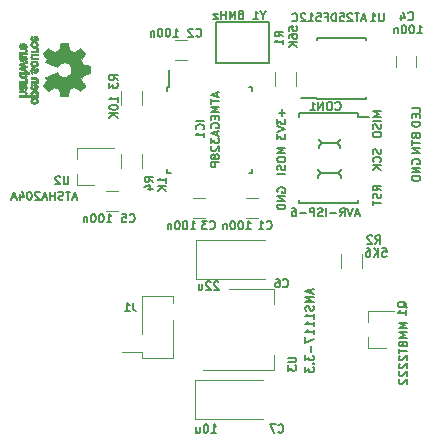
<source format=gbo>
G04 #@! TF.GenerationSoftware,KiCad,Pcbnew,no-vcs-found-feba091~58~ubuntu16.04.1*
G04 #@! TF.CreationDate,2017-03-28T10:55:59+03:00*
G04 #@! TF.ProjectId,led_strip_actuator_node,6C65645F73747269705F616374756174,rev?*
G04 #@! TF.FileFunction,Legend,Bot*
G04 #@! TF.FilePolarity,Positive*
%FSLAX46Y46*%
G04 Gerber Fmt 4.6, Leading zero omitted, Abs format (unit mm)*
G04 Created by KiCad (PCBNEW no-vcs-found-feba091~58~ubuntu16.04.1) date Tue Mar 28 10:55:59 2017*
%MOMM*%
%LPD*%
G01*
G04 APERTURE LIST*
%ADD10C,0.100000*%
%ADD11C,0.150000*%
%ADD12C,0.010000*%
%ADD13C,0.120000*%
%ADD14R,3.000000X1.000000*%
%ADD15R,1.500000X1.250000*%
%ADD16R,1.250000X1.500000*%
%ADD17R,3.200000X2.500000*%
%ADD18R,2.500000X1.270000*%
%ADD19O,1.600000X1.600000*%
%ADD20R,1.600000X1.600000*%
%ADD21R,1.600000X0.550000*%
%ADD22R,0.550000X1.600000*%
%ADD23R,1.700000X1.700000*%
%ADD24R,0.900000X0.800000*%
%ADD25R,1.300000X1.500000*%
%ADD26C,2.500000*%
%ADD27C,3.000000*%
%ADD28R,1.550000X0.600000*%
%ADD29R,1.900000X0.800000*%
%ADD30R,2.000000X1.500000*%
%ADD31R,2.000000X3.800000*%
%ADD32R,2.400000X2.400000*%
%ADD33C,2.400000*%
%ADD34R,0.800000X3.000000*%
%ADD35O,1.000000X1.000000*%
%ADD36R,1.000000X1.000000*%
G04 APERTURE END LIST*
D10*
D11*
X146650000Y-69666666D02*
X146616666Y-69600000D01*
X146616666Y-69500000D01*
X146650000Y-69400000D01*
X146716666Y-69333333D01*
X146783333Y-69300000D01*
X146916666Y-69266666D01*
X147016666Y-69266666D01*
X147150000Y-69300000D01*
X147216666Y-69333333D01*
X147283333Y-69400000D01*
X147316666Y-69500000D01*
X147316666Y-69566666D01*
X147283333Y-69666666D01*
X147250000Y-69700000D01*
X147016666Y-69700000D01*
X147016666Y-69566666D01*
X147316666Y-70000000D02*
X146616666Y-70000000D01*
X147316666Y-70400000D01*
X146616666Y-70400000D01*
X147316666Y-70733333D02*
X146616666Y-70733333D01*
X146616666Y-70900000D01*
X146650000Y-71000000D01*
X146716666Y-71066666D01*
X146783333Y-71100000D01*
X146916666Y-71133333D01*
X147016666Y-71133333D01*
X147150000Y-71100000D01*
X147216666Y-71066666D01*
X147283333Y-71000000D01*
X147316666Y-70900000D01*
X147316666Y-70733333D01*
X147316666Y-65250000D02*
X147316666Y-64916666D01*
X146616666Y-64916666D01*
X146950000Y-65483333D02*
X146950000Y-65716666D01*
X147316666Y-65816666D02*
X147316666Y-65483333D01*
X146616666Y-65483333D01*
X146616666Y-65816666D01*
X147316666Y-66116666D02*
X146616666Y-66116666D01*
X146616666Y-66283333D01*
X146650000Y-66383333D01*
X146716666Y-66450000D01*
X146783333Y-66483333D01*
X146916666Y-66516666D01*
X147016666Y-66516666D01*
X147150000Y-66483333D01*
X147216666Y-66450000D01*
X147283333Y-66383333D01*
X147316666Y-66283333D01*
X147316666Y-66116666D01*
X146950000Y-67316666D02*
X146983333Y-67416666D01*
X147016666Y-67450000D01*
X147083333Y-67483333D01*
X147183333Y-67483333D01*
X147250000Y-67450000D01*
X147283333Y-67416666D01*
X147316666Y-67350000D01*
X147316666Y-67083333D01*
X146616666Y-67083333D01*
X146616666Y-67316666D01*
X146650000Y-67383333D01*
X146683333Y-67416666D01*
X146750000Y-67450000D01*
X146816666Y-67450000D01*
X146883333Y-67416666D01*
X146916666Y-67383333D01*
X146950000Y-67316666D01*
X146950000Y-67083333D01*
X146616666Y-67683333D02*
X146616666Y-68083333D01*
X147316666Y-67883333D02*
X146616666Y-67883333D01*
X147316666Y-68316666D02*
X146616666Y-68316666D01*
X147316666Y-68716666D01*
X146616666Y-68716666D01*
X135916666Y-68300000D02*
X135216666Y-68300000D01*
X135716666Y-68533333D01*
X135216666Y-68766666D01*
X135916666Y-68766666D01*
X135216666Y-69233333D02*
X135216666Y-69366666D01*
X135250000Y-69433333D01*
X135316666Y-69500000D01*
X135450000Y-69533333D01*
X135683333Y-69533333D01*
X135816666Y-69500000D01*
X135883333Y-69433333D01*
X135916666Y-69366666D01*
X135916666Y-69233333D01*
X135883333Y-69166666D01*
X135816666Y-69100000D01*
X135683333Y-69066666D01*
X135450000Y-69066666D01*
X135316666Y-69100000D01*
X135250000Y-69166666D01*
X135216666Y-69233333D01*
X135883333Y-69800000D02*
X135916666Y-69900000D01*
X135916666Y-70066666D01*
X135883333Y-70133333D01*
X135850000Y-70166666D01*
X135783333Y-70200000D01*
X135716666Y-70200000D01*
X135650000Y-70166666D01*
X135616666Y-70133333D01*
X135583333Y-70066666D01*
X135550000Y-69933333D01*
X135516666Y-69866666D01*
X135483333Y-69833333D01*
X135416666Y-69800000D01*
X135350000Y-69800000D01*
X135283333Y-69833333D01*
X135250000Y-69866666D01*
X135216666Y-69933333D01*
X135216666Y-70100000D01*
X135250000Y-70200000D01*
X135916666Y-70500000D02*
X135216666Y-70500000D01*
X135250000Y-72066666D02*
X135216666Y-72000000D01*
X135216666Y-71900000D01*
X135250000Y-71800000D01*
X135316666Y-71733333D01*
X135383333Y-71700000D01*
X135516666Y-71666666D01*
X135616666Y-71666666D01*
X135750000Y-71700000D01*
X135816666Y-71733333D01*
X135883333Y-71800000D01*
X135916666Y-71900000D01*
X135916666Y-71966666D01*
X135883333Y-72066666D01*
X135850000Y-72100000D01*
X135616666Y-72100000D01*
X135616666Y-71966666D01*
X135916666Y-72400000D02*
X135216666Y-72400000D01*
X135916666Y-72800000D01*
X135216666Y-72800000D01*
X135916666Y-73133333D02*
X135216666Y-73133333D01*
X135216666Y-73300000D01*
X135250000Y-73400000D01*
X135316666Y-73466666D01*
X135383333Y-73500000D01*
X135516666Y-73533333D01*
X135616666Y-73533333D01*
X135750000Y-73500000D01*
X135816666Y-73466666D01*
X135883333Y-73400000D01*
X135916666Y-73300000D01*
X135916666Y-73133333D01*
X135650000Y-65066666D02*
X135650000Y-65600000D01*
X135916666Y-65333333D02*
X135383333Y-65333333D01*
X135216666Y-65866666D02*
X135216666Y-66300000D01*
X135483333Y-66066666D01*
X135483333Y-66166666D01*
X135516666Y-66233333D01*
X135550000Y-66266666D01*
X135616666Y-66300000D01*
X135783333Y-66300000D01*
X135850000Y-66266666D01*
X135883333Y-66233333D01*
X135916666Y-66166666D01*
X135916666Y-65966666D01*
X135883333Y-65900000D01*
X135850000Y-65866666D01*
X135216666Y-66500000D02*
X135916666Y-66733333D01*
X135216666Y-66966666D01*
X135216666Y-67133333D02*
X135216666Y-67566666D01*
X135483333Y-67333333D01*
X135483333Y-67433333D01*
X135516666Y-67500000D01*
X135550000Y-67533333D01*
X135616666Y-67566666D01*
X135783333Y-67566666D01*
X135850000Y-67533333D01*
X135883333Y-67500000D01*
X135916666Y-67433333D01*
X135916666Y-67233333D01*
X135883333Y-67166666D01*
X135850000Y-67133333D01*
X144016666Y-71916666D02*
X143683333Y-71683333D01*
X144016666Y-71516666D02*
X143316666Y-71516666D01*
X143316666Y-71783333D01*
X143350000Y-71850000D01*
X143383333Y-71883333D01*
X143450000Y-71916666D01*
X143550000Y-71916666D01*
X143616666Y-71883333D01*
X143650000Y-71850000D01*
X143683333Y-71783333D01*
X143683333Y-71516666D01*
X143983333Y-72183333D02*
X144016666Y-72283333D01*
X144016666Y-72450000D01*
X143983333Y-72516666D01*
X143950000Y-72550000D01*
X143883333Y-72583333D01*
X143816666Y-72583333D01*
X143750000Y-72550000D01*
X143716666Y-72516666D01*
X143683333Y-72450000D01*
X143650000Y-72316666D01*
X143616666Y-72250000D01*
X143583333Y-72216666D01*
X143516666Y-72183333D01*
X143450000Y-72183333D01*
X143383333Y-72216666D01*
X143350000Y-72250000D01*
X143316666Y-72316666D01*
X143316666Y-72483333D01*
X143350000Y-72583333D01*
X143316666Y-72783333D02*
X143316666Y-73183333D01*
X144016666Y-72983333D02*
X143316666Y-72983333D01*
X143983333Y-68400000D02*
X144016666Y-68500000D01*
X144016666Y-68666666D01*
X143983333Y-68733333D01*
X143950000Y-68766666D01*
X143883333Y-68800000D01*
X143816666Y-68800000D01*
X143750000Y-68766666D01*
X143716666Y-68733333D01*
X143683333Y-68666666D01*
X143650000Y-68533333D01*
X143616666Y-68466666D01*
X143583333Y-68433333D01*
X143516666Y-68400000D01*
X143450000Y-68400000D01*
X143383333Y-68433333D01*
X143350000Y-68466666D01*
X143316666Y-68533333D01*
X143316666Y-68700000D01*
X143350000Y-68800000D01*
X143950000Y-69500000D02*
X143983333Y-69466666D01*
X144016666Y-69366666D01*
X144016666Y-69300000D01*
X143983333Y-69200000D01*
X143916666Y-69133333D01*
X143850000Y-69100000D01*
X143716666Y-69066666D01*
X143616666Y-69066666D01*
X143483333Y-69100000D01*
X143416666Y-69133333D01*
X143350000Y-69200000D01*
X143316666Y-69300000D01*
X143316666Y-69366666D01*
X143350000Y-69466666D01*
X143383333Y-69500000D01*
X144016666Y-69800000D02*
X143316666Y-69800000D01*
X144016666Y-70200000D02*
X143616666Y-69900000D01*
X143316666Y-70200000D02*
X143716666Y-69800000D01*
X144016666Y-65200000D02*
X143316666Y-65200000D01*
X143816666Y-65433333D01*
X143316666Y-65666666D01*
X144016666Y-65666666D01*
X144016666Y-66000000D02*
X143316666Y-66000000D01*
X143983333Y-66300000D02*
X144016666Y-66400000D01*
X144016666Y-66566666D01*
X143983333Y-66633333D01*
X143950000Y-66666666D01*
X143883333Y-66700000D01*
X143816666Y-66700000D01*
X143750000Y-66666666D01*
X143716666Y-66633333D01*
X143683333Y-66566666D01*
X143650000Y-66433333D01*
X143616666Y-66366666D01*
X143583333Y-66333333D01*
X143516666Y-66300000D01*
X143450000Y-66300000D01*
X143383333Y-66333333D01*
X143350000Y-66366666D01*
X143316666Y-66433333D01*
X143316666Y-66600000D01*
X143350000Y-66700000D01*
X143316666Y-67133333D02*
X143316666Y-67266666D01*
X143350000Y-67333333D01*
X143416666Y-67400000D01*
X143550000Y-67433333D01*
X143783333Y-67433333D01*
X143916666Y-67400000D01*
X143983333Y-67333333D01*
X144016666Y-67266666D01*
X144016666Y-67133333D01*
X143983333Y-67066666D01*
X143916666Y-67000000D01*
X143783333Y-66966666D01*
X143550000Y-66966666D01*
X143416666Y-67000000D01*
X143350000Y-67066666D01*
X143316666Y-67133333D01*
D12*
G36*
X114930816Y-63608759D02*
X114917718Y-63582247D01*
X114894894Y-63549553D01*
X114870004Y-63525725D01*
X114838751Y-63509406D01*
X114796834Y-63499240D01*
X114739956Y-63493872D01*
X114663816Y-63491944D01*
X114631083Y-63491831D01*
X114559344Y-63492161D01*
X114508073Y-63493527D01*
X114472596Y-63496500D01*
X114448237Y-63501649D01*
X114430320Y-63509543D01*
X114418098Y-63517757D01*
X114366095Y-63570187D01*
X114334816Y-63631930D01*
X114325408Y-63698536D01*
X114339020Y-63765558D01*
X114348646Y-63786792D01*
X114375141Y-63837624D01*
X113959948Y-63837624D01*
X113979132Y-63800525D01*
X113993975Y-63751643D01*
X113997778Y-63691561D01*
X113990757Y-63631564D01*
X113974987Y-63586256D01*
X113944953Y-63548675D01*
X113901976Y-63516564D01*
X113897564Y-63514150D01*
X113876779Y-63503967D01*
X113855830Y-63496530D01*
X113830452Y-63491411D01*
X113796382Y-63488181D01*
X113749359Y-63486413D01*
X113685118Y-63485677D01*
X113612824Y-63485544D01*
X113382178Y-63485544D01*
X113382178Y-63623861D01*
X113807467Y-63623861D01*
X113840021Y-63662549D01*
X113866060Y-63702738D01*
X113870795Y-63740797D01*
X113858611Y-63779066D01*
X113846680Y-63799462D01*
X113829687Y-63814642D01*
X113804005Y-63825438D01*
X113766009Y-63832683D01*
X113712074Y-63837208D01*
X113638575Y-63839844D01*
X113589653Y-63840772D01*
X113388465Y-63843911D01*
X113384664Y-63909926D01*
X113380864Y-63975940D01*
X114629350Y-63975940D01*
X114629350Y-63837624D01*
X114559746Y-63834097D01*
X114511431Y-63822215D01*
X114481369Y-63800020D01*
X114466529Y-63765559D01*
X114463564Y-63730742D01*
X114466972Y-63691329D01*
X114480383Y-63665171D01*
X114498104Y-63648814D01*
X114517165Y-63635937D01*
X114538399Y-63628272D01*
X114568151Y-63624861D01*
X114612764Y-63624749D01*
X114650120Y-63625897D01*
X114706396Y-63628532D01*
X114743342Y-63632456D01*
X114766777Y-63639063D01*
X114782520Y-63649749D01*
X114791620Y-63659833D01*
X114811463Y-63701970D01*
X114814668Y-63751840D01*
X114807832Y-63780476D01*
X114783536Y-63808828D01*
X114736272Y-63827609D01*
X114666376Y-63836712D01*
X114629350Y-63837624D01*
X114629350Y-63975940D01*
X114941386Y-63975940D01*
X114941386Y-63906782D01*
X114939744Y-63865260D01*
X114933913Y-63843838D01*
X114922539Y-63837626D01*
X114922202Y-63837624D01*
X114911062Y-63834742D01*
X114912327Y-63822030D01*
X114924567Y-63796757D01*
X114943293Y-63737869D01*
X114945261Y-63671615D01*
X114930816Y-63608759D01*
X114930816Y-63608759D01*
G37*
X114930816Y-63608759D02*
X114917718Y-63582247D01*
X114894894Y-63549553D01*
X114870004Y-63525725D01*
X114838751Y-63509406D01*
X114796834Y-63499240D01*
X114739956Y-63493872D01*
X114663816Y-63491944D01*
X114631083Y-63491831D01*
X114559344Y-63492161D01*
X114508073Y-63493527D01*
X114472596Y-63496500D01*
X114448237Y-63501649D01*
X114430320Y-63509543D01*
X114418098Y-63517757D01*
X114366095Y-63570187D01*
X114334816Y-63631930D01*
X114325408Y-63698536D01*
X114339020Y-63765558D01*
X114348646Y-63786792D01*
X114375141Y-63837624D01*
X113959948Y-63837624D01*
X113979132Y-63800525D01*
X113993975Y-63751643D01*
X113997778Y-63691561D01*
X113990757Y-63631564D01*
X113974987Y-63586256D01*
X113944953Y-63548675D01*
X113901976Y-63516564D01*
X113897564Y-63514150D01*
X113876779Y-63503967D01*
X113855830Y-63496530D01*
X113830452Y-63491411D01*
X113796382Y-63488181D01*
X113749359Y-63486413D01*
X113685118Y-63485677D01*
X113612824Y-63485544D01*
X113382178Y-63485544D01*
X113382178Y-63623861D01*
X113807467Y-63623861D01*
X113840021Y-63662549D01*
X113866060Y-63702738D01*
X113870795Y-63740797D01*
X113858611Y-63779066D01*
X113846680Y-63799462D01*
X113829687Y-63814642D01*
X113804005Y-63825438D01*
X113766009Y-63832683D01*
X113712074Y-63837208D01*
X113638575Y-63839844D01*
X113589653Y-63840772D01*
X113388465Y-63843911D01*
X113384664Y-63909926D01*
X113380864Y-63975940D01*
X114629350Y-63975940D01*
X114629350Y-63837624D01*
X114559746Y-63834097D01*
X114511431Y-63822215D01*
X114481369Y-63800020D01*
X114466529Y-63765559D01*
X114463564Y-63730742D01*
X114466972Y-63691329D01*
X114480383Y-63665171D01*
X114498104Y-63648814D01*
X114517165Y-63635937D01*
X114538399Y-63628272D01*
X114568151Y-63624861D01*
X114612764Y-63624749D01*
X114650120Y-63625897D01*
X114706396Y-63628532D01*
X114743342Y-63632456D01*
X114766777Y-63639063D01*
X114782520Y-63649749D01*
X114791620Y-63659833D01*
X114811463Y-63701970D01*
X114814668Y-63751840D01*
X114807832Y-63780476D01*
X114783536Y-63808828D01*
X114736272Y-63827609D01*
X114666376Y-63836712D01*
X114629350Y-63837624D01*
X114629350Y-63975940D01*
X114941386Y-63975940D01*
X114941386Y-63906782D01*
X114939744Y-63865260D01*
X114933913Y-63843838D01*
X114922539Y-63837626D01*
X114922202Y-63837624D01*
X114911062Y-63834742D01*
X114912327Y-63822030D01*
X114924567Y-63796757D01*
X114943293Y-63737869D01*
X114945261Y-63671615D01*
X114930816Y-63608759D01*
G36*
X113993445Y-63084210D02*
X113977661Y-63025055D01*
X113949052Y-62980023D01*
X113911581Y-62948246D01*
X113895589Y-62938366D01*
X113878837Y-62931073D01*
X113857408Y-62925974D01*
X113827384Y-62922679D01*
X113784846Y-62920797D01*
X113725878Y-62919937D01*
X113646560Y-62919707D01*
X113625516Y-62919703D01*
X113382178Y-62919703D01*
X113382178Y-62980059D01*
X113384874Y-63018557D01*
X113391705Y-63047023D01*
X113395917Y-63054155D01*
X113403187Y-63073652D01*
X113395917Y-63093566D01*
X113386840Y-63126353D01*
X113383187Y-63173978D01*
X113384772Y-63226764D01*
X113391411Y-63275036D01*
X113399928Y-63303218D01*
X113434937Y-63357753D01*
X113483521Y-63391835D01*
X113548118Y-63407157D01*
X113549777Y-63407299D01*
X113578434Y-63405955D01*
X113578434Y-63284356D01*
X113545839Y-63273726D01*
X113527495Y-63256410D01*
X113513621Y-63221652D01*
X113508083Y-63175773D01*
X113510809Y-63128988D01*
X113521726Y-63091514D01*
X113528731Y-63081015D01*
X113561096Y-63062668D01*
X113597889Y-63058020D01*
X113646237Y-63058020D01*
X113646237Y-63127582D01*
X113641150Y-63193667D01*
X113626737Y-63243764D01*
X113604271Y-63274929D01*
X113578434Y-63284356D01*
X113578434Y-63405955D01*
X113620353Y-63403987D01*
X113676155Y-63380710D01*
X113718353Y-63336948D01*
X113722192Y-63330899D01*
X113734691Y-63304907D01*
X113742260Y-63272735D01*
X113745939Y-63227760D01*
X113746784Y-63174331D01*
X113746831Y-63058020D01*
X113795589Y-63058020D01*
X113833419Y-63062953D01*
X113858764Y-63075543D01*
X113860113Y-63077017D01*
X113871200Y-63105034D01*
X113875497Y-63147326D01*
X113873385Y-63194064D01*
X113865244Y-63235418D01*
X113853035Y-63259957D01*
X113843254Y-63273253D01*
X113841387Y-63287294D01*
X113849400Y-63306671D01*
X113869261Y-63335976D01*
X113902937Y-63379803D01*
X113906091Y-63383825D01*
X113917764Y-63381764D01*
X113937178Y-63364568D01*
X113958752Y-63338433D01*
X113976904Y-63309552D01*
X113981191Y-63300478D01*
X113989744Y-63267380D01*
X113995845Y-63218880D01*
X113998292Y-63164695D01*
X113998297Y-63162161D01*
X113993445Y-63084210D01*
X113993445Y-63084210D01*
G37*
X113993445Y-63084210D02*
X113977661Y-63025055D01*
X113949052Y-62980023D01*
X113911581Y-62948246D01*
X113895589Y-62938366D01*
X113878837Y-62931073D01*
X113857408Y-62925974D01*
X113827384Y-62922679D01*
X113784846Y-62920797D01*
X113725878Y-62919937D01*
X113646560Y-62919707D01*
X113625516Y-62919703D01*
X113382178Y-62919703D01*
X113382178Y-62980059D01*
X113384874Y-63018557D01*
X113391705Y-63047023D01*
X113395917Y-63054155D01*
X113403187Y-63073652D01*
X113395917Y-63093566D01*
X113386840Y-63126353D01*
X113383187Y-63173978D01*
X113384772Y-63226764D01*
X113391411Y-63275036D01*
X113399928Y-63303218D01*
X113434937Y-63357753D01*
X113483521Y-63391835D01*
X113548118Y-63407157D01*
X113549777Y-63407299D01*
X113578434Y-63405955D01*
X113578434Y-63284356D01*
X113545839Y-63273726D01*
X113527495Y-63256410D01*
X113513621Y-63221652D01*
X113508083Y-63175773D01*
X113510809Y-63128988D01*
X113521726Y-63091514D01*
X113528731Y-63081015D01*
X113561096Y-63062668D01*
X113597889Y-63058020D01*
X113646237Y-63058020D01*
X113646237Y-63127582D01*
X113641150Y-63193667D01*
X113626737Y-63243764D01*
X113604271Y-63274929D01*
X113578434Y-63284356D01*
X113578434Y-63405955D01*
X113620353Y-63403987D01*
X113676155Y-63380710D01*
X113718353Y-63336948D01*
X113722192Y-63330899D01*
X113734691Y-63304907D01*
X113742260Y-63272735D01*
X113745939Y-63227760D01*
X113746784Y-63174331D01*
X113746831Y-63058020D01*
X113795589Y-63058020D01*
X113833419Y-63062953D01*
X113858764Y-63075543D01*
X113860113Y-63077017D01*
X113871200Y-63105034D01*
X113875497Y-63147326D01*
X113873385Y-63194064D01*
X113865244Y-63235418D01*
X113853035Y-63259957D01*
X113843254Y-63273253D01*
X113841387Y-63287294D01*
X113849400Y-63306671D01*
X113869261Y-63335976D01*
X113902937Y-63379803D01*
X113906091Y-63383825D01*
X113917764Y-63381764D01*
X113937178Y-63364568D01*
X113958752Y-63338433D01*
X113976904Y-63309552D01*
X113981191Y-63300478D01*
X113989744Y-63267380D01*
X113995845Y-63218880D01*
X113998292Y-63164695D01*
X113998297Y-63162161D01*
X113993445Y-63084210D01*
G36*
X113996980Y-62693356D02*
X113991340Y-62674539D01*
X113978947Y-62668473D01*
X113973353Y-62668218D01*
X113957770Y-62667129D01*
X113955324Y-62659632D01*
X113966007Y-62639381D01*
X113973306Y-62627351D01*
X113988937Y-62589400D01*
X113996666Y-62544072D01*
X113997260Y-62496544D01*
X113991487Y-62451995D01*
X113980116Y-62415602D01*
X113963912Y-62392543D01*
X113943645Y-62387996D01*
X113938157Y-62390291D01*
X113915374Y-62407020D01*
X113887353Y-62432963D01*
X113882823Y-62437655D01*
X113861995Y-62462383D01*
X113855265Y-62483718D01*
X113859962Y-62513555D01*
X113863083Y-62525508D01*
X113870579Y-62562705D01*
X113867208Y-62588859D01*
X113855319Y-62610946D01*
X113839365Y-62631178D01*
X113819300Y-62646079D01*
X113791298Y-62656434D01*
X113751533Y-62663029D01*
X113696177Y-62666649D01*
X113621406Y-62668078D01*
X113576260Y-62668218D01*
X113382178Y-62668218D01*
X113382178Y-62793960D01*
X113998317Y-62793960D01*
X113998317Y-62731089D01*
X113996980Y-62693356D01*
X113996980Y-62693356D01*
G37*
X113996980Y-62693356D02*
X113991340Y-62674539D01*
X113978947Y-62668473D01*
X113973353Y-62668218D01*
X113957770Y-62667129D01*
X113955324Y-62659632D01*
X113966007Y-62639381D01*
X113973306Y-62627351D01*
X113988937Y-62589400D01*
X113996666Y-62544072D01*
X113997260Y-62496544D01*
X113991487Y-62451995D01*
X113980116Y-62415602D01*
X113963912Y-62392543D01*
X113943645Y-62387996D01*
X113938157Y-62390291D01*
X113915374Y-62407020D01*
X113887353Y-62432963D01*
X113882823Y-62437655D01*
X113861995Y-62462383D01*
X113855265Y-62483718D01*
X113859962Y-62513555D01*
X113863083Y-62525508D01*
X113870579Y-62562705D01*
X113867208Y-62588859D01*
X113855319Y-62610946D01*
X113839365Y-62631178D01*
X113819300Y-62646079D01*
X113791298Y-62656434D01*
X113751533Y-62663029D01*
X113696177Y-62666649D01*
X113621406Y-62668078D01*
X113576260Y-62668218D01*
X113382178Y-62668218D01*
X113382178Y-62793960D01*
X113998317Y-62793960D01*
X113998317Y-62731089D01*
X113996980Y-62693356D01*
G36*
X113382178Y-61901188D02*
X113382178Y-61970346D01*
X113383355Y-62010488D01*
X113388228Y-62031394D01*
X113398814Y-62038922D01*
X113405971Y-62039505D01*
X113420324Y-62040774D01*
X113423077Y-62048779D01*
X113414229Y-62069815D01*
X113405971Y-62086173D01*
X113386403Y-62148977D01*
X113385271Y-62217248D01*
X113399865Y-62272752D01*
X113435123Y-62324438D01*
X113487165Y-62363838D01*
X113548550Y-62385413D01*
X113551982Y-62385962D01*
X113589429Y-62389167D01*
X113643187Y-62390761D01*
X113683845Y-62390633D01*
X113683845Y-62253279D01*
X113629806Y-62250097D01*
X113585265Y-62242859D01*
X113560112Y-62233060D01*
X113525740Y-62195989D01*
X113513418Y-62151974D01*
X113523382Y-62106584D01*
X113553105Y-62067797D01*
X113573095Y-62053108D01*
X113596950Y-62044519D01*
X113631770Y-62040496D01*
X113684070Y-62039505D01*
X113735861Y-62041278D01*
X113781366Y-62045963D01*
X113811819Y-62052603D01*
X113814548Y-62053710D01*
X113847000Y-62080491D01*
X113864817Y-62119579D01*
X113867694Y-62163315D01*
X113855326Y-62204038D01*
X113827407Y-62234087D01*
X113821852Y-62237204D01*
X113787978Y-62246961D01*
X113739272Y-62252277D01*
X113683845Y-62253279D01*
X113683845Y-62390633D01*
X113704460Y-62390568D01*
X113737437Y-62389664D01*
X113819019Y-62383514D01*
X113880270Y-62370733D01*
X113925551Y-62349471D01*
X113959221Y-62317878D01*
X113978986Y-62287207D01*
X113992880Y-62244354D01*
X113997646Y-62191056D01*
X113993764Y-62136480D01*
X113981718Y-62089792D01*
X113967307Y-62065124D01*
X113944122Y-62039505D01*
X114237227Y-62039505D01*
X114237227Y-61901188D01*
X113382178Y-61901188D01*
X113382178Y-61901188D01*
G37*
X113382178Y-61901188D02*
X113382178Y-61970346D01*
X113383355Y-62010488D01*
X113388228Y-62031394D01*
X113398814Y-62038922D01*
X113405971Y-62039505D01*
X113420324Y-62040774D01*
X113423077Y-62048779D01*
X113414229Y-62069815D01*
X113405971Y-62086173D01*
X113386403Y-62148977D01*
X113385271Y-62217248D01*
X113399865Y-62272752D01*
X113435123Y-62324438D01*
X113487165Y-62363838D01*
X113548550Y-62385413D01*
X113551982Y-62385962D01*
X113589429Y-62389167D01*
X113643187Y-62390761D01*
X113683845Y-62390633D01*
X113683845Y-62253279D01*
X113629806Y-62250097D01*
X113585265Y-62242859D01*
X113560112Y-62233060D01*
X113525740Y-62195989D01*
X113513418Y-62151974D01*
X113523382Y-62106584D01*
X113553105Y-62067797D01*
X113573095Y-62053108D01*
X113596950Y-62044519D01*
X113631770Y-62040496D01*
X113684070Y-62039505D01*
X113735861Y-62041278D01*
X113781366Y-62045963D01*
X113811819Y-62052603D01*
X113814548Y-62053710D01*
X113847000Y-62080491D01*
X113864817Y-62119579D01*
X113867694Y-62163315D01*
X113855326Y-62204038D01*
X113827407Y-62234087D01*
X113821852Y-62237204D01*
X113787978Y-62246961D01*
X113739272Y-62252277D01*
X113683845Y-62253279D01*
X113683845Y-62390633D01*
X113704460Y-62390568D01*
X113737437Y-62389664D01*
X113819019Y-62383514D01*
X113880270Y-62370733D01*
X113925551Y-62349471D01*
X113959221Y-62317878D01*
X113978986Y-62287207D01*
X113992880Y-62244354D01*
X113997646Y-62191056D01*
X113993764Y-62136480D01*
X113981718Y-62089792D01*
X113967307Y-62065124D01*
X113944122Y-62039505D01*
X114237227Y-62039505D01*
X114237227Y-61901188D01*
X113382178Y-61901188D01*
G36*
X113995763Y-61418476D02*
X113992029Y-61368745D01*
X113602227Y-61238709D01*
X113671386Y-61218322D01*
X113714126Y-61206054D01*
X113771885Y-61189915D01*
X113835375Y-61172488D01*
X113869430Y-61163274D01*
X113998317Y-61128612D01*
X113998317Y-60985609D01*
X113863143Y-61028354D01*
X113796658Y-61049404D01*
X113716461Y-61074833D01*
X113632807Y-61101390D01*
X113558218Y-61125098D01*
X113388465Y-61179098D01*
X113384672Y-61237402D01*
X113380878Y-61295705D01*
X113485266Y-61327321D01*
X113550111Y-61346818D01*
X113621600Y-61368096D01*
X113684737Y-61386692D01*
X113687250Y-61387426D01*
X113730031Y-61401316D01*
X113759221Y-61413571D01*
X113770259Y-61422154D01*
X113768982Y-61423918D01*
X113751870Y-61430109D01*
X113715213Y-61441872D01*
X113663622Y-61457775D01*
X113601706Y-61476386D01*
X113567648Y-61486457D01*
X113382178Y-61540993D01*
X113382178Y-61656736D01*
X113674529Y-61749263D01*
X113756538Y-61775256D01*
X113831013Y-61798934D01*
X113894456Y-61819180D01*
X113943368Y-61834874D01*
X113974251Y-61844898D01*
X113983274Y-61847945D01*
X113992513Y-61845533D01*
X113996559Y-61826592D01*
X113996154Y-61787177D01*
X113995848Y-61781007D01*
X113992029Y-61707914D01*
X113815990Y-61660043D01*
X113751789Y-61642447D01*
X113695351Y-61626723D01*
X113651578Y-61614254D01*
X113625370Y-61606426D01*
X113621097Y-61604980D01*
X113626010Y-61598986D01*
X113651468Y-61586899D01*
X113694003Y-61570107D01*
X113750150Y-61549997D01*
X113800870Y-61532997D01*
X113999496Y-61468206D01*
X113995763Y-61418476D01*
X113995763Y-61418476D01*
G37*
X113995763Y-61418476D02*
X113992029Y-61368745D01*
X113602227Y-61238709D01*
X113671386Y-61218322D01*
X113714126Y-61206054D01*
X113771885Y-61189915D01*
X113835375Y-61172488D01*
X113869430Y-61163274D01*
X113998317Y-61128612D01*
X113998317Y-60985609D01*
X113863143Y-61028354D01*
X113796658Y-61049404D01*
X113716461Y-61074833D01*
X113632807Y-61101390D01*
X113558218Y-61125098D01*
X113388465Y-61179098D01*
X113384672Y-61237402D01*
X113380878Y-61295705D01*
X113485266Y-61327321D01*
X113550111Y-61346818D01*
X113621600Y-61368096D01*
X113684737Y-61386692D01*
X113687250Y-61387426D01*
X113730031Y-61401316D01*
X113759221Y-61413571D01*
X113770259Y-61422154D01*
X113768982Y-61423918D01*
X113751870Y-61430109D01*
X113715213Y-61441872D01*
X113663622Y-61457775D01*
X113601706Y-61476386D01*
X113567648Y-61486457D01*
X113382178Y-61540993D01*
X113382178Y-61656736D01*
X113674529Y-61749263D01*
X113756538Y-61775256D01*
X113831013Y-61798934D01*
X113894456Y-61819180D01*
X113943368Y-61834874D01*
X113974251Y-61844898D01*
X113983274Y-61847945D01*
X113992513Y-61845533D01*
X113996559Y-61826592D01*
X113996154Y-61787177D01*
X113995848Y-61781007D01*
X113992029Y-61707914D01*
X113815990Y-61660043D01*
X113751789Y-61642447D01*
X113695351Y-61626723D01*
X113651578Y-61614254D01*
X113625370Y-61606426D01*
X113621097Y-61604980D01*
X113626010Y-61598986D01*
X113651468Y-61586899D01*
X113694003Y-61570107D01*
X113750150Y-61549997D01*
X113800870Y-61532997D01*
X113999496Y-61468206D01*
X113995763Y-61418476D01*
G36*
X113994583Y-60661589D02*
X113981710Y-60608589D01*
X113974890Y-60593269D01*
X113957026Y-60563572D01*
X113936907Y-60540780D01*
X113911038Y-60523917D01*
X113875927Y-60512002D01*
X113828080Y-60504058D01*
X113764004Y-60499106D01*
X113680206Y-60496169D01*
X113624232Y-60495053D01*
X113382178Y-60490948D01*
X113382178Y-60561068D01*
X113383962Y-60603607D01*
X113390058Y-60625524D01*
X113400294Y-60631188D01*
X113411363Y-60634179D01*
X113409246Y-60647549D01*
X113400371Y-60665767D01*
X113386767Y-60711376D01*
X113383101Y-60769993D01*
X113389097Y-60831646D01*
X113404479Y-60886362D01*
X113406614Y-60891270D01*
X113441745Y-60941277D01*
X113490581Y-60974244D01*
X113547667Y-60989413D01*
X113568176Y-60988254D01*
X113568176Y-60864492D01*
X113540575Y-60853587D01*
X113520796Y-60821255D01*
X113510181Y-60769090D01*
X113508772Y-60741213D01*
X113512380Y-60694753D01*
X113526403Y-60663871D01*
X113533069Y-60656336D01*
X113569334Y-60635924D01*
X113602227Y-60631188D01*
X113646237Y-60631188D01*
X113646237Y-60692487D01*
X113642605Y-60763744D01*
X113631182Y-60813724D01*
X113611176Y-60845304D01*
X113602257Y-60852374D01*
X113568176Y-60864492D01*
X113568176Y-60988254D01*
X113607544Y-60986029D01*
X113664756Y-60963337D01*
X113703420Y-60932376D01*
X113720136Y-60913624D01*
X113731122Y-60895267D01*
X113737820Y-60871381D01*
X113741674Y-60836043D01*
X113744127Y-60783331D01*
X113744832Y-60762423D01*
X113749121Y-60631188D01*
X113788842Y-60631380D01*
X113830595Y-60636463D01*
X113855842Y-60654838D01*
X113871970Y-60691961D01*
X113872258Y-60692957D01*
X113878600Y-60745590D01*
X113870316Y-60797094D01*
X113850173Y-60835370D01*
X113840227Y-60850728D01*
X113841603Y-60867270D01*
X113856013Y-60892725D01*
X113866183Y-60907672D01*
X113887912Y-60936909D01*
X113904200Y-60955020D01*
X113908863Y-60957926D01*
X113932995Y-60945960D01*
X113961815Y-60910604D01*
X113971539Y-60895247D01*
X113988286Y-60851099D01*
X113997773Y-60791602D01*
X113999905Y-60725513D01*
X113994583Y-60661589D01*
X113994583Y-60661589D01*
G37*
X113994583Y-60661589D02*
X113981710Y-60608589D01*
X113974890Y-60593269D01*
X113957026Y-60563572D01*
X113936907Y-60540780D01*
X113911038Y-60523917D01*
X113875927Y-60512002D01*
X113828080Y-60504058D01*
X113764004Y-60499106D01*
X113680206Y-60496169D01*
X113624232Y-60495053D01*
X113382178Y-60490948D01*
X113382178Y-60561068D01*
X113383962Y-60603607D01*
X113390058Y-60625524D01*
X113400294Y-60631188D01*
X113411363Y-60634179D01*
X113409246Y-60647549D01*
X113400371Y-60665767D01*
X113386767Y-60711376D01*
X113383101Y-60769993D01*
X113389097Y-60831646D01*
X113404479Y-60886362D01*
X113406614Y-60891270D01*
X113441745Y-60941277D01*
X113490581Y-60974244D01*
X113547667Y-60989413D01*
X113568176Y-60988254D01*
X113568176Y-60864492D01*
X113540575Y-60853587D01*
X113520796Y-60821255D01*
X113510181Y-60769090D01*
X113508772Y-60741213D01*
X113512380Y-60694753D01*
X113526403Y-60663871D01*
X113533069Y-60656336D01*
X113569334Y-60635924D01*
X113602227Y-60631188D01*
X113646237Y-60631188D01*
X113646237Y-60692487D01*
X113642605Y-60763744D01*
X113631182Y-60813724D01*
X113611176Y-60845304D01*
X113602257Y-60852374D01*
X113568176Y-60864492D01*
X113568176Y-60988254D01*
X113607544Y-60986029D01*
X113664756Y-60963337D01*
X113703420Y-60932376D01*
X113720136Y-60913624D01*
X113731122Y-60895267D01*
X113737820Y-60871381D01*
X113741674Y-60836043D01*
X113744127Y-60783331D01*
X113744832Y-60762423D01*
X113749121Y-60631188D01*
X113788842Y-60631380D01*
X113830595Y-60636463D01*
X113855842Y-60654838D01*
X113871970Y-60691961D01*
X113872258Y-60692957D01*
X113878600Y-60745590D01*
X113870316Y-60797094D01*
X113850173Y-60835370D01*
X113840227Y-60850728D01*
X113841603Y-60867270D01*
X113856013Y-60892725D01*
X113866183Y-60907672D01*
X113887912Y-60936909D01*
X113904200Y-60955020D01*
X113908863Y-60957926D01*
X113932995Y-60945960D01*
X113961815Y-60910604D01*
X113971539Y-60895247D01*
X113988286Y-60851099D01*
X113997773Y-60791602D01*
X113999905Y-60725513D01*
X113994583Y-60661589D01*
G36*
X113998514Y-60064745D02*
X113988985Y-60016405D01*
X113974875Y-59988886D01*
X113951432Y-59959936D01*
X113899429Y-60001124D01*
X113867936Y-60026518D01*
X113852572Y-60043762D01*
X113850224Y-60060898D01*
X113857783Y-60085973D01*
X113862059Y-60097743D01*
X113868369Y-60145730D01*
X113854844Y-60189676D01*
X113824290Y-60221940D01*
X113814548Y-60227181D01*
X113788742Y-60232888D01*
X113741183Y-60237294D01*
X113675242Y-60240189D01*
X113594290Y-60241369D01*
X113582774Y-60241386D01*
X113382178Y-60241386D01*
X113382178Y-60379703D01*
X113998317Y-60379703D01*
X113998317Y-60310544D01*
X113997275Y-60270667D01*
X113992642Y-60249893D01*
X113982151Y-60242211D01*
X113972255Y-60241386D01*
X113946194Y-60241386D01*
X113972255Y-60208255D01*
X113990035Y-60170265D01*
X113998826Y-60119230D01*
X113998514Y-60064745D01*
X113998514Y-60064745D01*
G37*
X113998514Y-60064745D02*
X113988985Y-60016405D01*
X113974875Y-59988886D01*
X113951432Y-59959936D01*
X113899429Y-60001124D01*
X113867936Y-60026518D01*
X113852572Y-60043762D01*
X113850224Y-60060898D01*
X113857783Y-60085973D01*
X113862059Y-60097743D01*
X113868369Y-60145730D01*
X113854844Y-60189676D01*
X113824290Y-60221940D01*
X113814548Y-60227181D01*
X113788742Y-60232888D01*
X113741183Y-60237294D01*
X113675242Y-60240189D01*
X113594290Y-60241369D01*
X113582774Y-60241386D01*
X113382178Y-60241386D01*
X113382178Y-60379703D01*
X113998317Y-60379703D01*
X113998317Y-60310544D01*
X113997275Y-60270667D01*
X113992642Y-60249893D01*
X113982151Y-60242211D01*
X113972255Y-60241386D01*
X113946194Y-60241386D01*
X113972255Y-60208255D01*
X113990035Y-60170265D01*
X113998826Y-60119230D01*
X113998514Y-60064745D01*
G36*
X113995030Y-59667419D02*
X113979403Y-59607315D01*
X113947152Y-59556979D01*
X113923060Y-59532607D01*
X113866105Y-59492655D01*
X113800035Y-59469758D01*
X113718818Y-59461892D01*
X113712252Y-59461852D01*
X113646237Y-59461782D01*
X113646237Y-59841736D01*
X113611658Y-59833637D01*
X113580341Y-59819013D01*
X113547709Y-59793419D01*
X113542500Y-59788065D01*
X113514306Y-59742057D01*
X113509525Y-59689590D01*
X113528074Y-59629197D01*
X113533069Y-59618960D01*
X113548255Y-59587561D01*
X113556906Y-59566530D01*
X113557707Y-59562861D01*
X113549937Y-59550052D01*
X113530928Y-59525622D01*
X113520540Y-59513221D01*
X113496679Y-59487524D01*
X113480923Y-59479085D01*
X113466429Y-59484942D01*
X113462466Y-59488072D01*
X113445121Y-59509275D01*
X113424041Y-59544262D01*
X113411735Y-59568663D01*
X113390054Y-59637928D01*
X113383029Y-59714612D01*
X113391353Y-59787235D01*
X113397314Y-59807574D01*
X113431048Y-59870524D01*
X113482955Y-59917185D01*
X113553541Y-59947827D01*
X113643308Y-59962718D01*
X113690247Y-59964353D01*
X113758587Y-59959579D01*
X113758587Y-59839010D01*
X113753535Y-59827348D01*
X113749571Y-59796002D01*
X113747232Y-59750429D01*
X113746831Y-59719554D01*
X113747217Y-59664019D01*
X113749025Y-59628967D01*
X113753227Y-59609738D01*
X113760797Y-59601670D01*
X113771782Y-59600099D01*
X113805619Y-59610879D01*
X113839060Y-59638020D01*
X113864728Y-59673723D01*
X113875228Y-59709440D01*
X113865914Y-59757952D01*
X113838987Y-59799947D01*
X113800173Y-59829064D01*
X113758587Y-59839010D01*
X113758587Y-59959579D01*
X113789764Y-59957401D01*
X113869051Y-59935945D01*
X113928737Y-59899530D01*
X113969451Y-59847703D01*
X113991821Y-59780010D01*
X113996129Y-59743338D01*
X113995030Y-59667419D01*
X113995030Y-59667419D01*
G37*
X113995030Y-59667419D02*
X113979403Y-59607315D01*
X113947152Y-59556979D01*
X113923060Y-59532607D01*
X113866105Y-59492655D01*
X113800035Y-59469758D01*
X113718818Y-59461892D01*
X113712252Y-59461852D01*
X113646237Y-59461782D01*
X113646237Y-59841736D01*
X113611658Y-59833637D01*
X113580341Y-59819013D01*
X113547709Y-59793419D01*
X113542500Y-59788065D01*
X113514306Y-59742057D01*
X113509525Y-59689590D01*
X113528074Y-59629197D01*
X113533069Y-59618960D01*
X113548255Y-59587561D01*
X113556906Y-59566530D01*
X113557707Y-59562861D01*
X113549937Y-59550052D01*
X113530928Y-59525622D01*
X113520540Y-59513221D01*
X113496679Y-59487524D01*
X113480923Y-59479085D01*
X113466429Y-59484942D01*
X113462466Y-59488072D01*
X113445121Y-59509275D01*
X113424041Y-59544262D01*
X113411735Y-59568663D01*
X113390054Y-59637928D01*
X113383029Y-59714612D01*
X113391353Y-59787235D01*
X113397314Y-59807574D01*
X113431048Y-59870524D01*
X113482955Y-59917185D01*
X113553541Y-59947827D01*
X113643308Y-59962718D01*
X113690247Y-59964353D01*
X113758587Y-59959579D01*
X113758587Y-59839010D01*
X113753535Y-59827348D01*
X113749571Y-59796002D01*
X113747232Y-59750429D01*
X113746831Y-59719554D01*
X113747217Y-59664019D01*
X113749025Y-59628967D01*
X113753227Y-59609738D01*
X113760797Y-59601670D01*
X113771782Y-59600099D01*
X113805619Y-59610879D01*
X113839060Y-59638020D01*
X113864728Y-59673723D01*
X113875228Y-59709440D01*
X113865914Y-59757952D01*
X113838987Y-59799947D01*
X113800173Y-59829064D01*
X113758587Y-59839010D01*
X113758587Y-59959579D01*
X113789764Y-59957401D01*
X113869051Y-59935945D01*
X113928737Y-59899530D01*
X113969451Y-59847703D01*
X113991821Y-59780010D01*
X113996129Y-59743338D01*
X113995030Y-59667419D01*
G36*
X114934852Y-64238261D02*
X114905769Y-64172479D01*
X114857207Y-64122540D01*
X114789092Y-64088374D01*
X114701349Y-64069907D01*
X114687649Y-64068583D01*
X114591061Y-64067546D01*
X114506398Y-64080993D01*
X114437779Y-64108108D01*
X114415706Y-64122627D01*
X114368989Y-64173201D01*
X114338732Y-64237609D01*
X114326176Y-64309666D01*
X114332561Y-64383185D01*
X114352228Y-64439072D01*
X114385371Y-64487132D01*
X114428825Y-64526412D01*
X114429842Y-64527092D01*
X114456662Y-64543044D01*
X114483632Y-64553410D01*
X114517668Y-64559688D01*
X114565690Y-64563373D01*
X114605069Y-64564997D01*
X114640781Y-64565672D01*
X114640781Y-64439955D01*
X114605230Y-64438726D01*
X114557906Y-64434266D01*
X114527535Y-64426397D01*
X114505928Y-64412207D01*
X114493306Y-64398917D01*
X114466878Y-64351802D01*
X114463347Y-64302505D01*
X114482361Y-64256593D01*
X114503669Y-64233638D01*
X114525141Y-64217096D01*
X114545687Y-64207421D01*
X114572426Y-64203174D01*
X114612477Y-64202920D01*
X114649362Y-64204228D01*
X114702053Y-64207043D01*
X114736228Y-64211505D01*
X114758520Y-64219548D01*
X114775558Y-64233103D01*
X114785297Y-64243845D01*
X114810877Y-64288777D01*
X114812153Y-64337249D01*
X114797001Y-64377894D01*
X114765358Y-64412567D01*
X114713380Y-64433224D01*
X114640781Y-64439955D01*
X114640781Y-64565672D01*
X114683379Y-64566479D01*
X114741944Y-64563948D01*
X114785993Y-64556362D01*
X114820752Y-64542681D01*
X114851449Y-64521865D01*
X114860564Y-64514147D01*
X114905979Y-64465889D01*
X114932507Y-64414128D01*
X114943621Y-64350828D01*
X114944529Y-64319961D01*
X114934852Y-64238261D01*
X114934852Y-64238261D01*
G37*
X114934852Y-64238261D02*
X114905769Y-64172479D01*
X114857207Y-64122540D01*
X114789092Y-64088374D01*
X114701349Y-64069907D01*
X114687649Y-64068583D01*
X114591061Y-64067546D01*
X114506398Y-64080993D01*
X114437779Y-64108108D01*
X114415706Y-64122627D01*
X114368989Y-64173201D01*
X114338732Y-64237609D01*
X114326176Y-64309666D01*
X114332561Y-64383185D01*
X114352228Y-64439072D01*
X114385371Y-64487132D01*
X114428825Y-64526412D01*
X114429842Y-64527092D01*
X114456662Y-64543044D01*
X114483632Y-64553410D01*
X114517668Y-64559688D01*
X114565690Y-64563373D01*
X114605069Y-64564997D01*
X114640781Y-64565672D01*
X114640781Y-64439955D01*
X114605230Y-64438726D01*
X114557906Y-64434266D01*
X114527535Y-64426397D01*
X114505928Y-64412207D01*
X114493306Y-64398917D01*
X114466878Y-64351802D01*
X114463347Y-64302505D01*
X114482361Y-64256593D01*
X114503669Y-64233638D01*
X114525141Y-64217096D01*
X114545687Y-64207421D01*
X114572426Y-64203174D01*
X114612477Y-64202920D01*
X114649362Y-64204228D01*
X114702053Y-64207043D01*
X114736228Y-64211505D01*
X114758520Y-64219548D01*
X114775558Y-64233103D01*
X114785297Y-64243845D01*
X114810877Y-64288777D01*
X114812153Y-64337249D01*
X114797001Y-64377894D01*
X114765358Y-64412567D01*
X114713380Y-64433224D01*
X114640781Y-64439955D01*
X114640781Y-64565672D01*
X114683379Y-64566479D01*
X114741944Y-64563948D01*
X114785993Y-64556362D01*
X114820752Y-64542681D01*
X114851449Y-64521865D01*
X114860564Y-64514147D01*
X114905979Y-64465889D01*
X114932507Y-64414128D01*
X114943621Y-64350828D01*
X114944529Y-64319961D01*
X114934852Y-64238261D01*
G36*
X114927386Y-63056699D02*
X114921486Y-63044168D01*
X114889717Y-63000799D01*
X114843354Y-62959790D01*
X114792304Y-62929168D01*
X114768834Y-62920459D01*
X114726909Y-62912512D01*
X114676243Y-62907774D01*
X114655321Y-62907199D01*
X114589307Y-62907129D01*
X114589307Y-63287083D01*
X114554727Y-63278983D01*
X114513830Y-63259104D01*
X114478486Y-63224347D01*
X114455718Y-63182998D01*
X114450990Y-63156649D01*
X114456727Y-63120916D01*
X114471118Y-63078282D01*
X114477738Y-63063799D01*
X114504487Y-63010240D01*
X114469624Y-62964533D01*
X114446045Y-62938158D01*
X114426583Y-62924124D01*
X114420871Y-62923414D01*
X114407027Y-62935951D01*
X114385988Y-62963428D01*
X114369575Y-62988366D01*
X114340070Y-63055664D01*
X114326716Y-63131110D01*
X114330188Y-63205888D01*
X114348337Y-63265495D01*
X114387216Y-63326941D01*
X114438405Y-63370608D01*
X114504633Y-63397926D01*
X114588629Y-63410322D01*
X114627064Y-63411421D01*
X114715139Y-63407022D01*
X114717701Y-63406482D01*
X114717701Y-63280582D01*
X114709442Y-63277115D01*
X114704887Y-63262863D01*
X114702935Y-63233470D01*
X114702483Y-63184575D01*
X114702475Y-63165748D01*
X114703157Y-63108467D01*
X114705636Y-63072141D01*
X114710557Y-63052604D01*
X114718566Y-63045690D01*
X114721138Y-63045445D01*
X114741577Y-63053336D01*
X114770211Y-63073085D01*
X114780237Y-63081575D01*
X114808592Y-63113094D01*
X114819741Y-63145949D01*
X114820673Y-63163651D01*
X114809019Y-63211539D01*
X114777715Y-63251699D01*
X114732248Y-63277173D01*
X114730767Y-63277625D01*
X114717701Y-63280582D01*
X114717701Y-63406482D01*
X114784490Y-63392392D01*
X114839975Y-63366038D01*
X114879361Y-63333807D01*
X114922069Y-63274217D01*
X114944891Y-63204168D01*
X114946954Y-63129661D01*
X114927386Y-63056699D01*
X114927386Y-63056699D01*
G37*
X114927386Y-63056699D02*
X114921486Y-63044168D01*
X114889717Y-63000799D01*
X114843354Y-62959790D01*
X114792304Y-62929168D01*
X114768834Y-62920459D01*
X114726909Y-62912512D01*
X114676243Y-62907774D01*
X114655321Y-62907199D01*
X114589307Y-62907129D01*
X114589307Y-63287083D01*
X114554727Y-63278983D01*
X114513830Y-63259104D01*
X114478486Y-63224347D01*
X114455718Y-63182998D01*
X114450990Y-63156649D01*
X114456727Y-63120916D01*
X114471118Y-63078282D01*
X114477738Y-63063799D01*
X114504487Y-63010240D01*
X114469624Y-62964533D01*
X114446045Y-62938158D01*
X114426583Y-62924124D01*
X114420871Y-62923414D01*
X114407027Y-62935951D01*
X114385988Y-62963428D01*
X114369575Y-62988366D01*
X114340070Y-63055664D01*
X114326716Y-63131110D01*
X114330188Y-63205888D01*
X114348337Y-63265495D01*
X114387216Y-63326941D01*
X114438405Y-63370608D01*
X114504633Y-63397926D01*
X114588629Y-63410322D01*
X114627064Y-63411421D01*
X114715139Y-63407022D01*
X114717701Y-63406482D01*
X114717701Y-63280582D01*
X114709442Y-63277115D01*
X114704887Y-63262863D01*
X114702935Y-63233470D01*
X114702483Y-63184575D01*
X114702475Y-63165748D01*
X114703157Y-63108467D01*
X114705636Y-63072141D01*
X114710557Y-63052604D01*
X114718566Y-63045690D01*
X114721138Y-63045445D01*
X114741577Y-63053336D01*
X114770211Y-63073085D01*
X114780237Y-63081575D01*
X114808592Y-63113094D01*
X114819741Y-63145949D01*
X114820673Y-63163651D01*
X114809019Y-63211539D01*
X114777715Y-63251699D01*
X114732248Y-63277173D01*
X114730767Y-63277625D01*
X114717701Y-63280582D01*
X114717701Y-63406482D01*
X114784490Y-63392392D01*
X114839975Y-63366038D01*
X114879361Y-63333807D01*
X114922069Y-63274217D01*
X114944891Y-63204168D01*
X114946954Y-63129661D01*
X114927386Y-63056699D01*
G36*
X114943548Y-61685983D02*
X114934518Y-61638366D01*
X114915630Y-61588966D01*
X114913223Y-61583688D01*
X114893524Y-61546226D01*
X114875219Y-61520283D01*
X114863492Y-61511897D01*
X114844368Y-61519883D01*
X114816150Y-61539280D01*
X114805616Y-61547890D01*
X114764153Y-61583372D01*
X114791142Y-61629115D01*
X114809122Y-61672650D01*
X114818733Y-61722950D01*
X114819340Y-61771188D01*
X114810309Y-61808533D01*
X114804673Y-61817495D01*
X114778829Y-61834563D01*
X114749059Y-61836637D01*
X114725803Y-61823866D01*
X114721292Y-61816312D01*
X114715691Y-61793675D01*
X114709108Y-61753885D01*
X114702817Y-61704834D01*
X114701830Y-61695785D01*
X114688202Y-61617004D01*
X114665054Y-61559864D01*
X114630248Y-61521970D01*
X114581646Y-61500921D01*
X114522282Y-61494365D01*
X114454802Y-61503423D01*
X114401812Y-61532836D01*
X114363217Y-61582722D01*
X114338919Y-61653200D01*
X114329333Y-61731435D01*
X114329448Y-61795234D01*
X114338155Y-61846984D01*
X114350175Y-61882327D01*
X114371120Y-61926983D01*
X114395426Y-61968253D01*
X114406124Y-61982921D01*
X114436916Y-62020643D01*
X114482951Y-61975148D01*
X114528987Y-61929653D01*
X114494757Y-61877928D01*
X114469048Y-61826048D01*
X114455601Y-61770649D01*
X114454182Y-61717395D01*
X114464557Y-61671951D01*
X114486493Y-61639984D01*
X114505002Y-61629662D01*
X114534686Y-61631211D01*
X114557385Y-61656860D01*
X114573060Y-61706540D01*
X114580305Y-61760969D01*
X114594127Y-61844736D01*
X114620204Y-61906967D01*
X114659301Y-61948493D01*
X114712180Y-61970147D01*
X114774874Y-61973147D01*
X114840358Y-61958329D01*
X114889856Y-61924546D01*
X114923592Y-61871495D01*
X114941793Y-61798874D01*
X114945361Y-61745072D01*
X114943548Y-61685983D01*
X114943548Y-61685983D01*
G37*
X114943548Y-61685983D02*
X114934518Y-61638366D01*
X114915630Y-61588966D01*
X114913223Y-61583688D01*
X114893524Y-61546226D01*
X114875219Y-61520283D01*
X114863492Y-61511897D01*
X114844368Y-61519883D01*
X114816150Y-61539280D01*
X114805616Y-61547890D01*
X114764153Y-61583372D01*
X114791142Y-61629115D01*
X114809122Y-61672650D01*
X114818733Y-61722950D01*
X114819340Y-61771188D01*
X114810309Y-61808533D01*
X114804673Y-61817495D01*
X114778829Y-61834563D01*
X114749059Y-61836637D01*
X114725803Y-61823866D01*
X114721292Y-61816312D01*
X114715691Y-61793675D01*
X114709108Y-61753885D01*
X114702817Y-61704834D01*
X114701830Y-61695785D01*
X114688202Y-61617004D01*
X114665054Y-61559864D01*
X114630248Y-61521970D01*
X114581646Y-61500921D01*
X114522282Y-61494365D01*
X114454802Y-61503423D01*
X114401812Y-61532836D01*
X114363217Y-61582722D01*
X114338919Y-61653200D01*
X114329333Y-61731435D01*
X114329448Y-61795234D01*
X114338155Y-61846984D01*
X114350175Y-61882327D01*
X114371120Y-61926983D01*
X114395426Y-61968253D01*
X114406124Y-61982921D01*
X114436916Y-62020643D01*
X114482951Y-61975148D01*
X114528987Y-61929653D01*
X114494757Y-61877928D01*
X114469048Y-61826048D01*
X114455601Y-61770649D01*
X114454182Y-61717395D01*
X114464557Y-61671951D01*
X114486493Y-61639984D01*
X114505002Y-61629662D01*
X114534686Y-61631211D01*
X114557385Y-61656860D01*
X114573060Y-61706540D01*
X114580305Y-61760969D01*
X114594127Y-61844736D01*
X114620204Y-61906967D01*
X114659301Y-61948493D01*
X114712180Y-61970147D01*
X114774874Y-61973147D01*
X114840358Y-61958329D01*
X114889856Y-61924546D01*
X114923592Y-61871495D01*
X114941793Y-61798874D01*
X114945361Y-61745072D01*
X114943548Y-61685983D01*
G36*
X114933945Y-61089238D02*
X114899308Y-61025637D01*
X114844628Y-60975877D01*
X114800158Y-60952432D01*
X114760879Y-60942366D01*
X114704884Y-60935844D01*
X114640379Y-60933049D01*
X114575571Y-60934164D01*
X114518666Y-60939374D01*
X114488273Y-60945459D01*
X114446694Y-60965986D01*
X114402532Y-61001537D01*
X114363913Y-61044381D01*
X114338966Y-61086789D01*
X114338570Y-61087823D01*
X114327669Y-61140447D01*
X114327399Y-61202812D01*
X114337324Y-61262076D01*
X114345278Y-61284960D01*
X114378700Y-61343898D01*
X114422489Y-61386110D01*
X114480462Y-61413844D01*
X114556435Y-61429349D01*
X114596229Y-61432857D01*
X114646234Y-61432410D01*
X114646234Y-61297624D01*
X114573268Y-61293083D01*
X114517666Y-61280014D01*
X114482139Y-61259244D01*
X114471980Y-61244448D01*
X114464896Y-61206536D01*
X114466993Y-61161473D01*
X114477188Y-61122513D01*
X114482796Y-61112296D01*
X114515462Y-61085341D01*
X114565455Y-61067549D01*
X114626295Y-61059976D01*
X114691503Y-61063675D01*
X114730747Y-61071943D01*
X114776195Y-61095680D01*
X114804604Y-61133151D01*
X114814427Y-61178280D01*
X114804113Y-61224989D01*
X114778888Y-61260868D01*
X114758075Y-61279723D01*
X114737561Y-61290728D01*
X114709797Y-61295974D01*
X114667238Y-61297551D01*
X114646234Y-61297624D01*
X114646234Y-61432410D01*
X114702420Y-61431906D01*
X114789499Y-61414612D01*
X114857470Y-61380971D01*
X114906336Y-61330982D01*
X114936101Y-61264644D01*
X114939552Y-61250399D01*
X114947655Y-61164790D01*
X114933945Y-61089238D01*
X114933945Y-61089238D01*
G37*
X114933945Y-61089238D02*
X114899308Y-61025637D01*
X114844628Y-60975877D01*
X114800158Y-60952432D01*
X114760879Y-60942366D01*
X114704884Y-60935844D01*
X114640379Y-60933049D01*
X114575571Y-60934164D01*
X114518666Y-60939374D01*
X114488273Y-60945459D01*
X114446694Y-60965986D01*
X114402532Y-61001537D01*
X114363913Y-61044381D01*
X114338966Y-61086789D01*
X114338570Y-61087823D01*
X114327669Y-61140447D01*
X114327399Y-61202812D01*
X114337324Y-61262076D01*
X114345278Y-61284960D01*
X114378700Y-61343898D01*
X114422489Y-61386110D01*
X114480462Y-61413844D01*
X114556435Y-61429349D01*
X114596229Y-61432857D01*
X114646234Y-61432410D01*
X114646234Y-61297624D01*
X114573268Y-61293083D01*
X114517666Y-61280014D01*
X114482139Y-61259244D01*
X114471980Y-61244448D01*
X114464896Y-61206536D01*
X114466993Y-61161473D01*
X114477188Y-61122513D01*
X114482796Y-61112296D01*
X114515462Y-61085341D01*
X114565455Y-61067549D01*
X114626295Y-61059976D01*
X114691503Y-61063675D01*
X114730747Y-61071943D01*
X114776195Y-61095680D01*
X114804604Y-61133151D01*
X114814427Y-61178280D01*
X114804113Y-61224989D01*
X114778888Y-61260868D01*
X114758075Y-61279723D01*
X114737561Y-61290728D01*
X114709797Y-61295974D01*
X114667238Y-61297551D01*
X114646234Y-61297624D01*
X114646234Y-61432410D01*
X114702420Y-61431906D01*
X114789499Y-61414612D01*
X114857470Y-61380971D01*
X114906336Y-61330982D01*
X114936101Y-61264644D01*
X114939552Y-61250399D01*
X114947655Y-61164790D01*
X114933945Y-61089238D01*
G36*
X114745658Y-60706633D02*
X114653437Y-60705445D01*
X114583390Y-60701103D01*
X114532619Y-60692442D01*
X114498228Y-60678296D01*
X114477321Y-60657500D01*
X114467000Y-60628890D01*
X114464364Y-60593465D01*
X114467318Y-60556364D01*
X114478111Y-60528182D01*
X114499640Y-60507757D01*
X114534801Y-60493921D01*
X114586490Y-60485509D01*
X114657606Y-60481357D01*
X114745658Y-60480297D01*
X114941386Y-60480297D01*
X114941386Y-60341980D01*
X114337821Y-60341980D01*
X114337821Y-60411138D01*
X114339511Y-60452830D01*
X114345444Y-60474299D01*
X114356707Y-60480297D01*
X114366739Y-60483909D01*
X114364617Y-60498286D01*
X114350420Y-60527264D01*
X114328520Y-60593681D01*
X114330072Y-60664125D01*
X114353853Y-60731623D01*
X114372638Y-60763767D01*
X114392978Y-60788285D01*
X114418427Y-60806196D01*
X114452542Y-60818521D01*
X114498879Y-60826277D01*
X114560993Y-60830484D01*
X114642439Y-60832160D01*
X114705422Y-60832376D01*
X114941386Y-60832376D01*
X114941386Y-60706633D01*
X114745658Y-60706633D01*
X114745658Y-60706633D01*
G37*
X114745658Y-60706633D02*
X114653437Y-60705445D01*
X114583390Y-60701103D01*
X114532619Y-60692442D01*
X114498228Y-60678296D01*
X114477321Y-60657500D01*
X114467000Y-60628890D01*
X114464364Y-60593465D01*
X114467318Y-60556364D01*
X114478111Y-60528182D01*
X114499640Y-60507757D01*
X114534801Y-60493921D01*
X114586490Y-60485509D01*
X114657606Y-60481357D01*
X114745658Y-60480297D01*
X114941386Y-60480297D01*
X114941386Y-60341980D01*
X114337821Y-60341980D01*
X114337821Y-60411138D01*
X114339511Y-60452830D01*
X114345444Y-60474299D01*
X114356707Y-60480297D01*
X114366739Y-60483909D01*
X114364617Y-60498286D01*
X114350420Y-60527264D01*
X114328520Y-60593681D01*
X114330072Y-60664125D01*
X114353853Y-60731623D01*
X114372638Y-60763767D01*
X114392978Y-60788285D01*
X114418427Y-60806196D01*
X114452542Y-60818521D01*
X114498879Y-60826277D01*
X114560993Y-60830484D01*
X114642439Y-60832160D01*
X114705422Y-60832376D01*
X114941386Y-60832376D01*
X114941386Y-60706633D01*
X114745658Y-60706633D01*
G36*
X114936120Y-59482774D02*
X114905170Y-59409920D01*
X114890105Y-59386973D01*
X114866952Y-59357646D01*
X114848747Y-59339236D01*
X114842817Y-59336039D01*
X114829660Y-59345065D01*
X114807333Y-59368163D01*
X114791750Y-59386656D01*
X114751074Y-59437272D01*
X114784705Y-59477240D01*
X114806416Y-59508126D01*
X114813910Y-59538241D01*
X114812080Y-59572708D01*
X114798472Y-59627439D01*
X114770228Y-59665114D01*
X114724567Y-59688009D01*
X114658711Y-59698403D01*
X114658669Y-59698405D01*
X114585061Y-59697506D01*
X114531054Y-59683537D01*
X114494284Y-59655672D01*
X114481832Y-59636675D01*
X114466327Y-59586224D01*
X114466317Y-59532337D01*
X114481362Y-59485454D01*
X114488713Y-59474356D01*
X114507489Y-59446524D01*
X114510566Y-59424764D01*
X114496591Y-59401296D01*
X114471490Y-59375351D01*
X114429120Y-59334284D01*
X114391536Y-59379879D01*
X114349118Y-59450326D01*
X114328215Y-59529767D01*
X114329728Y-59612785D01*
X114343589Y-59667306D01*
X114377865Y-59731030D01*
X114431788Y-59781995D01*
X114469851Y-59805149D01*
X114524464Y-59823901D01*
X114593631Y-59833285D01*
X114668593Y-59833357D01*
X114740591Y-59824176D01*
X114800863Y-59805801D01*
X114807042Y-59802907D01*
X114867649Y-59760048D01*
X114911776Y-59702021D01*
X114938507Y-59633409D01*
X114946927Y-59558799D01*
X114936120Y-59482774D01*
X114936120Y-59482774D01*
G37*
X114936120Y-59482774D02*
X114905170Y-59409920D01*
X114890105Y-59386973D01*
X114866952Y-59357646D01*
X114848747Y-59339236D01*
X114842817Y-59336039D01*
X114829660Y-59345065D01*
X114807333Y-59368163D01*
X114791750Y-59386656D01*
X114751074Y-59437272D01*
X114784705Y-59477240D01*
X114806416Y-59508126D01*
X114813910Y-59538241D01*
X114812080Y-59572708D01*
X114798472Y-59627439D01*
X114770228Y-59665114D01*
X114724567Y-59688009D01*
X114658711Y-59698403D01*
X114658669Y-59698405D01*
X114585061Y-59697506D01*
X114531054Y-59683537D01*
X114494284Y-59655672D01*
X114481832Y-59636675D01*
X114466327Y-59586224D01*
X114466317Y-59532337D01*
X114481362Y-59485454D01*
X114488713Y-59474356D01*
X114507489Y-59446524D01*
X114510566Y-59424764D01*
X114496591Y-59401296D01*
X114471490Y-59375351D01*
X114429120Y-59334284D01*
X114391536Y-59379879D01*
X114349118Y-59450326D01*
X114328215Y-59529767D01*
X114329728Y-59612785D01*
X114343589Y-59667306D01*
X114377865Y-59731030D01*
X114431788Y-59781995D01*
X114469851Y-59805149D01*
X114524464Y-59823901D01*
X114593631Y-59833285D01*
X114668593Y-59833357D01*
X114740591Y-59824176D01*
X114800863Y-59805801D01*
X114807042Y-59802907D01*
X114867649Y-59760048D01*
X114911776Y-59702021D01*
X114938507Y-59633409D01*
X114946927Y-59558799D01*
X114936120Y-59482774D01*
G36*
X114943543Y-59022102D02*
X114935721Y-58989904D01*
X114907079Y-58928175D01*
X114863333Y-58875390D01*
X114810883Y-58838859D01*
X114799107Y-58833840D01*
X114768260Y-58826955D01*
X114722629Y-58822136D01*
X114676508Y-58820495D01*
X114589307Y-58820495D01*
X114589307Y-59002822D01*
X114589022Y-59078021D01*
X114587296Y-59130997D01*
X114582819Y-59164675D01*
X114574280Y-59181980D01*
X114560370Y-59185837D01*
X114539778Y-59179171D01*
X114515685Y-59167230D01*
X114475475Y-59133920D01*
X114455442Y-59087632D01*
X114456095Y-59031056D01*
X114477899Y-58966969D01*
X114504807Y-58911583D01*
X114468468Y-58865625D01*
X114432128Y-58819667D01*
X114392181Y-58862904D01*
X114354437Y-58920626D01*
X114331680Y-58991614D01*
X114325312Y-59067971D01*
X114336732Y-59141801D01*
X114340607Y-59153713D01*
X114374494Y-59218601D01*
X114425014Y-59266870D01*
X114493675Y-59299535D01*
X114581986Y-59317615D01*
X114583879Y-59317825D01*
X114680122Y-59319444D01*
X114714458Y-59312900D01*
X114714458Y-59185148D01*
X114709178Y-59173416D01*
X114705133Y-59141562D01*
X114702824Y-59094603D01*
X114702475Y-59064846D01*
X114702694Y-59009352D01*
X114704084Y-58974654D01*
X114707749Y-58956399D01*
X114714790Y-58950234D01*
X114726310Y-58951805D01*
X114730767Y-58953122D01*
X114772645Y-58975618D01*
X114806396Y-59010997D01*
X114821227Y-59042220D01*
X114820332Y-59083699D01*
X114801836Y-59125731D01*
X114771214Y-59160988D01*
X114733938Y-59182146D01*
X114714458Y-59185148D01*
X114714458Y-59312900D01*
X114764771Y-59303310D01*
X114835809Y-59271302D01*
X114891221Y-59225299D01*
X114928991Y-59167179D01*
X114947104Y-59098820D01*
X114943543Y-59022102D01*
X114943543Y-59022102D01*
G37*
X114943543Y-59022102D02*
X114935721Y-58989904D01*
X114907079Y-58928175D01*
X114863333Y-58875390D01*
X114810883Y-58838859D01*
X114799107Y-58833840D01*
X114768260Y-58826955D01*
X114722629Y-58822136D01*
X114676508Y-58820495D01*
X114589307Y-58820495D01*
X114589307Y-59002822D01*
X114589022Y-59078021D01*
X114587296Y-59130997D01*
X114582819Y-59164675D01*
X114574280Y-59181980D01*
X114560370Y-59185837D01*
X114539778Y-59179171D01*
X114515685Y-59167230D01*
X114475475Y-59133920D01*
X114455442Y-59087632D01*
X114456095Y-59031056D01*
X114477899Y-58966969D01*
X114504807Y-58911583D01*
X114468468Y-58865625D01*
X114432128Y-58819667D01*
X114392181Y-58862904D01*
X114354437Y-58920626D01*
X114331680Y-58991614D01*
X114325312Y-59067971D01*
X114336732Y-59141801D01*
X114340607Y-59153713D01*
X114374494Y-59218601D01*
X114425014Y-59266870D01*
X114493675Y-59299535D01*
X114581986Y-59317615D01*
X114583879Y-59317825D01*
X114680122Y-59319444D01*
X114714458Y-59312900D01*
X114714458Y-59185148D01*
X114709178Y-59173416D01*
X114705133Y-59141562D01*
X114702824Y-59094603D01*
X114702475Y-59064846D01*
X114702694Y-59009352D01*
X114704084Y-58974654D01*
X114707749Y-58956399D01*
X114714790Y-58950234D01*
X114726310Y-58951805D01*
X114730767Y-58953122D01*
X114772645Y-58975618D01*
X114806396Y-59010997D01*
X114821227Y-59042220D01*
X114820332Y-59083699D01*
X114801836Y-59125731D01*
X114771214Y-59160988D01*
X114733938Y-59182146D01*
X114714458Y-59185148D01*
X114714458Y-59312900D01*
X114764771Y-59303310D01*
X114835809Y-59271302D01*
X114891221Y-59225299D01*
X114928991Y-59167179D01*
X114947104Y-59098820D01*
X114943543Y-59022102D01*
G36*
X114930998Y-62454012D02*
X114916050Y-62422717D01*
X114894459Y-62392409D01*
X114869609Y-62369318D01*
X114837913Y-62352500D01*
X114795786Y-62341006D01*
X114739642Y-62333891D01*
X114665894Y-62330207D01*
X114570956Y-62329008D01*
X114561015Y-62328989D01*
X114337821Y-62328713D01*
X114337821Y-62467030D01*
X114543582Y-62467030D01*
X114619811Y-62467128D01*
X114675061Y-62467809D01*
X114713499Y-62469651D01*
X114739294Y-62473233D01*
X114756616Y-62479132D01*
X114769632Y-62487927D01*
X114782493Y-62500180D01*
X114810127Y-62543047D01*
X114815255Y-62589843D01*
X114797783Y-62634424D01*
X114784779Y-62649928D01*
X114772553Y-62661310D01*
X114759460Y-62669481D01*
X114741385Y-62674974D01*
X114714213Y-62678320D01*
X114673830Y-62680051D01*
X114616121Y-62680697D01*
X114545868Y-62680792D01*
X114337821Y-62680792D01*
X114337821Y-62819109D01*
X114941386Y-62819109D01*
X114941386Y-62749950D01*
X114939744Y-62708428D01*
X114933913Y-62687006D01*
X114922539Y-62680795D01*
X114922202Y-62680792D01*
X114911062Y-62677910D01*
X114912326Y-62665199D01*
X114924566Y-62639926D01*
X114942576Y-62582605D01*
X114944579Y-62517037D01*
X114930998Y-62454012D01*
X114930998Y-62454012D01*
G37*
X114930998Y-62454012D02*
X114916050Y-62422717D01*
X114894459Y-62392409D01*
X114869609Y-62369318D01*
X114837913Y-62352500D01*
X114795786Y-62341006D01*
X114739642Y-62333891D01*
X114665894Y-62330207D01*
X114570956Y-62329008D01*
X114561015Y-62328989D01*
X114337821Y-62328713D01*
X114337821Y-62467030D01*
X114543582Y-62467030D01*
X114619811Y-62467128D01*
X114675061Y-62467809D01*
X114713499Y-62469651D01*
X114739294Y-62473233D01*
X114756616Y-62479132D01*
X114769632Y-62487927D01*
X114782493Y-62500180D01*
X114810127Y-62543047D01*
X114815255Y-62589843D01*
X114797783Y-62634424D01*
X114784779Y-62649928D01*
X114772553Y-62661310D01*
X114759460Y-62669481D01*
X114741385Y-62674974D01*
X114714213Y-62678320D01*
X114673830Y-62680051D01*
X114616121Y-62680697D01*
X114545868Y-62680792D01*
X114337821Y-62680792D01*
X114337821Y-62819109D01*
X114941386Y-62819109D01*
X114941386Y-62749950D01*
X114939744Y-62708428D01*
X114933913Y-62687006D01*
X114922539Y-62680795D01*
X114922202Y-62680792D01*
X114911062Y-62677910D01*
X114912326Y-62665199D01*
X114924566Y-62639926D01*
X114942576Y-62582605D01*
X114944579Y-62517037D01*
X114930998Y-62454012D01*
G36*
X114941970Y-59900540D02*
X114928755Y-59857289D01*
X114912059Y-59829442D01*
X114898855Y-59820371D01*
X114883203Y-59822868D01*
X114858615Y-59839069D01*
X114841200Y-59852768D01*
X114809717Y-59881008D01*
X114796471Y-59902225D01*
X114797336Y-59920312D01*
X114810990Y-59973965D01*
X114810370Y-60013370D01*
X114794896Y-60045368D01*
X114785839Y-60056110D01*
X114753973Y-60090495D01*
X114337821Y-60090495D01*
X114337821Y-60228812D01*
X114941386Y-60228812D01*
X114941386Y-60159653D01*
X114939744Y-60118131D01*
X114933913Y-60096709D01*
X114922539Y-60090498D01*
X114922202Y-60090495D01*
X114910287Y-60087561D01*
X114911841Y-60074296D01*
X114920437Y-60055916D01*
X114936432Y-60017954D01*
X114946055Y-59987128D01*
X114948522Y-59947464D01*
X114941970Y-59900540D01*
X114941970Y-59900540D01*
G37*
X114941970Y-59900540D02*
X114928755Y-59857289D01*
X114912059Y-59829442D01*
X114898855Y-59820371D01*
X114883203Y-59822868D01*
X114858615Y-59839069D01*
X114841200Y-59852768D01*
X114809717Y-59881008D01*
X114796471Y-59902225D01*
X114797336Y-59920312D01*
X114810990Y-59973965D01*
X114810370Y-60013370D01*
X114794896Y-60045368D01*
X114785839Y-60056110D01*
X114753973Y-60090495D01*
X114337821Y-60090495D01*
X114337821Y-60228812D01*
X114941386Y-60228812D01*
X114941386Y-60159653D01*
X114939744Y-60118131D01*
X114933913Y-60096709D01*
X114922539Y-60090498D01*
X114922202Y-60090495D01*
X114910287Y-60087561D01*
X114911841Y-60074296D01*
X114920437Y-60055916D01*
X114936432Y-60017954D01*
X114946055Y-59987128D01*
X114948522Y-59947464D01*
X114941970Y-59900540D01*
G36*
X119109982Y-61323036D02*
X118808430Y-61266188D01*
X118635488Y-60846662D01*
X118806605Y-60595016D01*
X118854250Y-60524542D01*
X118896790Y-60460837D01*
X118932285Y-60406874D01*
X118958790Y-60365627D01*
X118974364Y-60340066D01*
X118977722Y-60333105D01*
X118969086Y-60320565D01*
X118945208Y-60293769D01*
X118909141Y-60255720D01*
X118863933Y-60209421D01*
X118812636Y-60157877D01*
X118758299Y-60104091D01*
X118703972Y-60051065D01*
X118652705Y-60001805D01*
X118607549Y-59959313D01*
X118571554Y-59926593D01*
X118547770Y-59906649D01*
X118539810Y-59901881D01*
X118525135Y-59908743D01*
X118492986Y-59927980D01*
X118446508Y-59957570D01*
X118388844Y-59995490D01*
X118323140Y-60039718D01*
X118285664Y-60065346D01*
X118217232Y-60112059D01*
X118155480Y-60153568D01*
X118103481Y-60187860D01*
X118064308Y-60212920D01*
X118041035Y-60226736D01*
X118036145Y-60228812D01*
X118022245Y-60224105D01*
X117989850Y-60211277D01*
X117943515Y-60192262D01*
X117887794Y-60168997D01*
X117827242Y-60143416D01*
X117766414Y-60117455D01*
X117709864Y-60093050D01*
X117662148Y-60072137D01*
X117627819Y-60056651D01*
X117611432Y-60048528D01*
X117610788Y-60048048D01*
X117607659Y-60035293D01*
X117600679Y-60001323D01*
X117590533Y-59949660D01*
X117577908Y-59883824D01*
X117563491Y-59807336D01*
X117555177Y-59762710D01*
X117539616Y-59680979D01*
X117524808Y-59607157D01*
X117511564Y-59544979D01*
X117500695Y-59498178D01*
X117493011Y-59470491D01*
X117490573Y-59464926D01*
X117474070Y-59459474D01*
X117436800Y-59455076D01*
X117383120Y-59451728D01*
X117317388Y-59449426D01*
X117243963Y-59448168D01*
X117167204Y-59447952D01*
X117091468Y-59448773D01*
X117021114Y-59450629D01*
X116960500Y-59453518D01*
X116913984Y-59457435D01*
X116885925Y-59462378D01*
X116880084Y-59465343D01*
X116873083Y-59483066D01*
X116863073Y-59520619D01*
X116851231Y-59573036D01*
X116838733Y-59635348D01*
X116834690Y-59657100D01*
X116815480Y-59761976D01*
X116800009Y-59844820D01*
X116787663Y-59908370D01*
X116777827Y-59955363D01*
X116769886Y-59988537D01*
X116763224Y-60010629D01*
X116757227Y-60024376D01*
X116751281Y-60032516D01*
X116750106Y-60033655D01*
X116731174Y-60045023D01*
X116694331Y-60062365D01*
X116644087Y-60083950D01*
X116584954Y-60108046D01*
X116521444Y-60132921D01*
X116458068Y-60156843D01*
X116399338Y-60178081D01*
X116349765Y-60194903D01*
X116313861Y-60205578D01*
X116296138Y-60208373D01*
X116295517Y-60208140D01*
X116281030Y-60198669D01*
X116249156Y-60177182D01*
X116203211Y-60145937D01*
X116146515Y-60107193D01*
X116082383Y-60063207D01*
X116064158Y-60050681D01*
X115998086Y-60006016D01*
X115937800Y-59966712D01*
X115886765Y-59934912D01*
X115848440Y-59912755D01*
X115826289Y-59902383D01*
X115823568Y-59901881D01*
X115809264Y-59910595D01*
X115780928Y-59934675D01*
X115741604Y-59971024D01*
X115694339Y-60016547D01*
X115642177Y-60068148D01*
X115588165Y-60122733D01*
X115535347Y-60177206D01*
X115486769Y-60228471D01*
X115445477Y-60273433D01*
X115414515Y-60308996D01*
X115396930Y-60332065D01*
X115394059Y-60338446D01*
X115400822Y-60353301D01*
X115419061Y-60383714D01*
X115445703Y-60424732D01*
X115467148Y-60456291D01*
X115506497Y-60513475D01*
X115552829Y-60581194D01*
X115599087Y-60649120D01*
X115623845Y-60685639D01*
X115707453Y-60809248D01*
X115651350Y-60913009D01*
X115626772Y-60960280D01*
X115607669Y-61000477D01*
X115596773Y-61027674D01*
X115595257Y-61034598D01*
X115606451Y-61042923D01*
X115638083Y-61059346D01*
X115687235Y-61082643D01*
X115750990Y-61111586D01*
X115826429Y-61144950D01*
X115910636Y-61181509D01*
X116000692Y-61220036D01*
X116093679Y-61259306D01*
X116186680Y-61298092D01*
X116276777Y-61335170D01*
X116361052Y-61369311D01*
X116436587Y-61399292D01*
X116500466Y-61423884D01*
X116549769Y-61441864D01*
X116581579Y-61452003D01*
X116592504Y-61453634D01*
X116606439Y-61440709D01*
X116629060Y-61412411D01*
X116655667Y-61374654D01*
X116657772Y-61371485D01*
X116735886Y-61273900D01*
X116827018Y-61195214D01*
X116928255Y-61136109D01*
X117036682Y-61097268D01*
X117149386Y-61079372D01*
X117263452Y-61083103D01*
X117375966Y-61109143D01*
X117484015Y-61158175D01*
X117507655Y-61172600D01*
X117603113Y-61247631D01*
X117679768Y-61336270D01*
X117737220Y-61435451D01*
X117775071Y-61542105D01*
X117792922Y-61653164D01*
X117790375Y-61765561D01*
X117767030Y-61876227D01*
X117722490Y-61982094D01*
X117656355Y-62080095D01*
X117629513Y-62110410D01*
X117545488Y-62187562D01*
X117457034Y-62243782D01*
X117357885Y-62282347D01*
X117259697Y-62303826D01*
X117149303Y-62309128D01*
X117038360Y-62291448D01*
X116930619Y-62252581D01*
X116829831Y-62194323D01*
X116739744Y-62118469D01*
X116664108Y-62026817D01*
X116656136Y-62014772D01*
X116630026Y-61976611D01*
X116607405Y-61947601D01*
X116592961Y-61933732D01*
X116592504Y-61933531D01*
X116576879Y-61936508D01*
X116541418Y-61948311D01*
X116489038Y-61967714D01*
X116422655Y-61993488D01*
X116345186Y-62024409D01*
X116259550Y-62059249D01*
X116168663Y-62096783D01*
X116075441Y-62135783D01*
X115982803Y-62175023D01*
X115893665Y-62213276D01*
X115810945Y-62249317D01*
X115737559Y-62281917D01*
X115676425Y-62309852D01*
X115630459Y-62331895D01*
X115602579Y-62346818D01*
X115595257Y-62352828D01*
X115600959Y-62371191D01*
X115616251Y-62405552D01*
X115638401Y-62449984D01*
X115651350Y-62474417D01*
X115707453Y-62578178D01*
X115623845Y-62701787D01*
X115581013Y-62764886D01*
X115533878Y-62833970D01*
X115489497Y-62898707D01*
X115467148Y-62931134D01*
X115436523Y-62976741D01*
X115412253Y-63015360D01*
X115397413Y-63041952D01*
X115394276Y-63050590D01*
X115402739Y-63063161D01*
X115426364Y-63090984D01*
X115462698Y-63131361D01*
X115509289Y-63181595D01*
X115563683Y-63238988D01*
X115598608Y-63275286D01*
X115661004Y-63338790D01*
X115716812Y-63393673D01*
X115763646Y-63437714D01*
X115799118Y-63468695D01*
X115820839Y-63484398D01*
X115825248Y-63485905D01*
X115842015Y-63478914D01*
X115875918Y-63459594D01*
X115923524Y-63430091D01*
X115981401Y-63392545D01*
X116046116Y-63349100D01*
X116064158Y-63336745D01*
X116129733Y-63291727D01*
X116188772Y-63251340D01*
X116237958Y-63217840D01*
X116273972Y-63193486D01*
X116293498Y-63180536D01*
X116295517Y-63179285D01*
X116311078Y-63181156D01*
X116345291Y-63191087D01*
X116393645Y-63207347D01*
X116451629Y-63228205D01*
X116514730Y-63251927D01*
X116578437Y-63276784D01*
X116638239Y-63301042D01*
X116689624Y-63322971D01*
X116728081Y-63340838D01*
X116749098Y-63352913D01*
X116750106Y-63353771D01*
X116756112Y-63361154D01*
X116762052Y-63373625D01*
X116768540Y-63393920D01*
X116776191Y-63424778D01*
X116785620Y-63468934D01*
X116797441Y-63529126D01*
X116812271Y-63608093D01*
X116830723Y-63708570D01*
X116834690Y-63730325D01*
X116847147Y-63794802D01*
X116859334Y-63851011D01*
X116870074Y-63893987D01*
X116878191Y-63918760D01*
X116880084Y-63922082D01*
X116896862Y-63927556D01*
X116934355Y-63932006D01*
X116988206Y-63935428D01*
X117054056Y-63937819D01*
X117127547Y-63939177D01*
X117204320Y-63939499D01*
X117280017Y-63938781D01*
X117350280Y-63937021D01*
X117410750Y-63934216D01*
X117457070Y-63930362D01*
X117484881Y-63925457D01*
X117490573Y-63922500D01*
X117496314Y-63906037D01*
X117505655Y-63868551D01*
X117517785Y-63813775D01*
X117531893Y-63745445D01*
X117547170Y-63667294D01*
X117555177Y-63624716D01*
X117570279Y-63543929D01*
X117583960Y-63471887D01*
X117595533Y-63412111D01*
X117604313Y-63368121D01*
X117609613Y-63343439D01*
X117610788Y-63339377D01*
X117624035Y-63332511D01*
X117655943Y-63317998D01*
X117701953Y-63297771D01*
X117757508Y-63273766D01*
X117818047Y-63247918D01*
X117879014Y-63222160D01*
X117935849Y-63198427D01*
X117983994Y-63178654D01*
X118018890Y-63164776D01*
X118035979Y-63158726D01*
X118036726Y-63158614D01*
X118050207Y-63165472D01*
X118081230Y-63184698D01*
X118126711Y-63214272D01*
X118183568Y-63252173D01*
X118248717Y-63296380D01*
X118286138Y-63322079D01*
X118354753Y-63368907D01*
X118417048Y-63410499D01*
X118469871Y-63444825D01*
X118510073Y-63469857D01*
X118534500Y-63483565D01*
X118539976Y-63485544D01*
X118552722Y-63477034D01*
X118579937Y-63453507D01*
X118618572Y-63417968D01*
X118665577Y-63373423D01*
X118717905Y-63322877D01*
X118772505Y-63269336D01*
X118826330Y-63215805D01*
X118876330Y-63165289D01*
X118919457Y-63120794D01*
X118952661Y-63085325D01*
X118972894Y-63061887D01*
X118977722Y-63054046D01*
X118970933Y-63041280D01*
X118951858Y-63010744D01*
X118922439Y-62965410D01*
X118884619Y-62908244D01*
X118840339Y-62842216D01*
X118806605Y-62792410D01*
X118635488Y-62540764D01*
X118721959Y-62331001D01*
X118808430Y-62121237D01*
X119109982Y-62064389D01*
X119411534Y-62007540D01*
X119411534Y-61379885D01*
X119109982Y-61323036D01*
X119109982Y-61323036D01*
G37*
X119109982Y-61323036D02*
X118808430Y-61266188D01*
X118635488Y-60846662D01*
X118806605Y-60595016D01*
X118854250Y-60524542D01*
X118896790Y-60460837D01*
X118932285Y-60406874D01*
X118958790Y-60365627D01*
X118974364Y-60340066D01*
X118977722Y-60333105D01*
X118969086Y-60320565D01*
X118945208Y-60293769D01*
X118909141Y-60255720D01*
X118863933Y-60209421D01*
X118812636Y-60157877D01*
X118758299Y-60104091D01*
X118703972Y-60051065D01*
X118652705Y-60001805D01*
X118607549Y-59959313D01*
X118571554Y-59926593D01*
X118547770Y-59906649D01*
X118539810Y-59901881D01*
X118525135Y-59908743D01*
X118492986Y-59927980D01*
X118446508Y-59957570D01*
X118388844Y-59995490D01*
X118323140Y-60039718D01*
X118285664Y-60065346D01*
X118217232Y-60112059D01*
X118155480Y-60153568D01*
X118103481Y-60187860D01*
X118064308Y-60212920D01*
X118041035Y-60226736D01*
X118036145Y-60228812D01*
X118022245Y-60224105D01*
X117989850Y-60211277D01*
X117943515Y-60192262D01*
X117887794Y-60168997D01*
X117827242Y-60143416D01*
X117766414Y-60117455D01*
X117709864Y-60093050D01*
X117662148Y-60072137D01*
X117627819Y-60056651D01*
X117611432Y-60048528D01*
X117610788Y-60048048D01*
X117607659Y-60035293D01*
X117600679Y-60001323D01*
X117590533Y-59949660D01*
X117577908Y-59883824D01*
X117563491Y-59807336D01*
X117555177Y-59762710D01*
X117539616Y-59680979D01*
X117524808Y-59607157D01*
X117511564Y-59544979D01*
X117500695Y-59498178D01*
X117493011Y-59470491D01*
X117490573Y-59464926D01*
X117474070Y-59459474D01*
X117436800Y-59455076D01*
X117383120Y-59451728D01*
X117317388Y-59449426D01*
X117243963Y-59448168D01*
X117167204Y-59447952D01*
X117091468Y-59448773D01*
X117021114Y-59450629D01*
X116960500Y-59453518D01*
X116913984Y-59457435D01*
X116885925Y-59462378D01*
X116880084Y-59465343D01*
X116873083Y-59483066D01*
X116863073Y-59520619D01*
X116851231Y-59573036D01*
X116838733Y-59635348D01*
X116834690Y-59657100D01*
X116815480Y-59761976D01*
X116800009Y-59844820D01*
X116787663Y-59908370D01*
X116777827Y-59955363D01*
X116769886Y-59988537D01*
X116763224Y-60010629D01*
X116757227Y-60024376D01*
X116751281Y-60032516D01*
X116750106Y-60033655D01*
X116731174Y-60045023D01*
X116694331Y-60062365D01*
X116644087Y-60083950D01*
X116584954Y-60108046D01*
X116521444Y-60132921D01*
X116458068Y-60156843D01*
X116399338Y-60178081D01*
X116349765Y-60194903D01*
X116313861Y-60205578D01*
X116296138Y-60208373D01*
X116295517Y-60208140D01*
X116281030Y-60198669D01*
X116249156Y-60177182D01*
X116203211Y-60145937D01*
X116146515Y-60107193D01*
X116082383Y-60063207D01*
X116064158Y-60050681D01*
X115998086Y-60006016D01*
X115937800Y-59966712D01*
X115886765Y-59934912D01*
X115848440Y-59912755D01*
X115826289Y-59902383D01*
X115823568Y-59901881D01*
X115809264Y-59910595D01*
X115780928Y-59934675D01*
X115741604Y-59971024D01*
X115694339Y-60016547D01*
X115642177Y-60068148D01*
X115588165Y-60122733D01*
X115535347Y-60177206D01*
X115486769Y-60228471D01*
X115445477Y-60273433D01*
X115414515Y-60308996D01*
X115396930Y-60332065D01*
X115394059Y-60338446D01*
X115400822Y-60353301D01*
X115419061Y-60383714D01*
X115445703Y-60424732D01*
X115467148Y-60456291D01*
X115506497Y-60513475D01*
X115552829Y-60581194D01*
X115599087Y-60649120D01*
X115623845Y-60685639D01*
X115707453Y-60809248D01*
X115651350Y-60913009D01*
X115626772Y-60960280D01*
X115607669Y-61000477D01*
X115596773Y-61027674D01*
X115595257Y-61034598D01*
X115606451Y-61042923D01*
X115638083Y-61059346D01*
X115687235Y-61082643D01*
X115750990Y-61111586D01*
X115826429Y-61144950D01*
X115910636Y-61181509D01*
X116000692Y-61220036D01*
X116093679Y-61259306D01*
X116186680Y-61298092D01*
X116276777Y-61335170D01*
X116361052Y-61369311D01*
X116436587Y-61399292D01*
X116500466Y-61423884D01*
X116549769Y-61441864D01*
X116581579Y-61452003D01*
X116592504Y-61453634D01*
X116606439Y-61440709D01*
X116629060Y-61412411D01*
X116655667Y-61374654D01*
X116657772Y-61371485D01*
X116735886Y-61273900D01*
X116827018Y-61195214D01*
X116928255Y-61136109D01*
X117036682Y-61097268D01*
X117149386Y-61079372D01*
X117263452Y-61083103D01*
X117375966Y-61109143D01*
X117484015Y-61158175D01*
X117507655Y-61172600D01*
X117603113Y-61247631D01*
X117679768Y-61336270D01*
X117737220Y-61435451D01*
X117775071Y-61542105D01*
X117792922Y-61653164D01*
X117790375Y-61765561D01*
X117767030Y-61876227D01*
X117722490Y-61982094D01*
X117656355Y-62080095D01*
X117629513Y-62110410D01*
X117545488Y-62187562D01*
X117457034Y-62243782D01*
X117357885Y-62282347D01*
X117259697Y-62303826D01*
X117149303Y-62309128D01*
X117038360Y-62291448D01*
X116930619Y-62252581D01*
X116829831Y-62194323D01*
X116739744Y-62118469D01*
X116664108Y-62026817D01*
X116656136Y-62014772D01*
X116630026Y-61976611D01*
X116607405Y-61947601D01*
X116592961Y-61933732D01*
X116592504Y-61933531D01*
X116576879Y-61936508D01*
X116541418Y-61948311D01*
X116489038Y-61967714D01*
X116422655Y-61993488D01*
X116345186Y-62024409D01*
X116259550Y-62059249D01*
X116168663Y-62096783D01*
X116075441Y-62135783D01*
X115982803Y-62175023D01*
X115893665Y-62213276D01*
X115810945Y-62249317D01*
X115737559Y-62281917D01*
X115676425Y-62309852D01*
X115630459Y-62331895D01*
X115602579Y-62346818D01*
X115595257Y-62352828D01*
X115600959Y-62371191D01*
X115616251Y-62405552D01*
X115638401Y-62449984D01*
X115651350Y-62474417D01*
X115707453Y-62578178D01*
X115623845Y-62701787D01*
X115581013Y-62764886D01*
X115533878Y-62833970D01*
X115489497Y-62898707D01*
X115467148Y-62931134D01*
X115436523Y-62976741D01*
X115412253Y-63015360D01*
X115397413Y-63041952D01*
X115394276Y-63050590D01*
X115402739Y-63063161D01*
X115426364Y-63090984D01*
X115462698Y-63131361D01*
X115509289Y-63181595D01*
X115563683Y-63238988D01*
X115598608Y-63275286D01*
X115661004Y-63338790D01*
X115716812Y-63393673D01*
X115763646Y-63437714D01*
X115799118Y-63468695D01*
X115820839Y-63484398D01*
X115825248Y-63485905D01*
X115842015Y-63478914D01*
X115875918Y-63459594D01*
X115923524Y-63430091D01*
X115981401Y-63392545D01*
X116046116Y-63349100D01*
X116064158Y-63336745D01*
X116129733Y-63291727D01*
X116188772Y-63251340D01*
X116237958Y-63217840D01*
X116273972Y-63193486D01*
X116293498Y-63180536D01*
X116295517Y-63179285D01*
X116311078Y-63181156D01*
X116345291Y-63191087D01*
X116393645Y-63207347D01*
X116451629Y-63228205D01*
X116514730Y-63251927D01*
X116578437Y-63276784D01*
X116638239Y-63301042D01*
X116689624Y-63322971D01*
X116728081Y-63340838D01*
X116749098Y-63352913D01*
X116750106Y-63353771D01*
X116756112Y-63361154D01*
X116762052Y-63373625D01*
X116768540Y-63393920D01*
X116776191Y-63424778D01*
X116785620Y-63468934D01*
X116797441Y-63529126D01*
X116812271Y-63608093D01*
X116830723Y-63708570D01*
X116834690Y-63730325D01*
X116847147Y-63794802D01*
X116859334Y-63851011D01*
X116870074Y-63893987D01*
X116878191Y-63918760D01*
X116880084Y-63922082D01*
X116896862Y-63927556D01*
X116934355Y-63932006D01*
X116988206Y-63935428D01*
X117054056Y-63937819D01*
X117127547Y-63939177D01*
X117204320Y-63939499D01*
X117280017Y-63938781D01*
X117350280Y-63937021D01*
X117410750Y-63934216D01*
X117457070Y-63930362D01*
X117484881Y-63925457D01*
X117490573Y-63922500D01*
X117496314Y-63906037D01*
X117505655Y-63868551D01*
X117517785Y-63813775D01*
X117531893Y-63745445D01*
X117547170Y-63667294D01*
X117555177Y-63624716D01*
X117570279Y-63543929D01*
X117583960Y-63471887D01*
X117595533Y-63412111D01*
X117604313Y-63368121D01*
X117609613Y-63343439D01*
X117610788Y-63339377D01*
X117624035Y-63332511D01*
X117655943Y-63317998D01*
X117701953Y-63297771D01*
X117757508Y-63273766D01*
X117818047Y-63247918D01*
X117879014Y-63222160D01*
X117935849Y-63198427D01*
X117983994Y-63178654D01*
X118018890Y-63164776D01*
X118035979Y-63158726D01*
X118036726Y-63158614D01*
X118050207Y-63165472D01*
X118081230Y-63184698D01*
X118126711Y-63214272D01*
X118183568Y-63252173D01*
X118248717Y-63296380D01*
X118286138Y-63322079D01*
X118354753Y-63368907D01*
X118417048Y-63410499D01*
X118469871Y-63444825D01*
X118510073Y-63469857D01*
X118534500Y-63483565D01*
X118539976Y-63485544D01*
X118552722Y-63477034D01*
X118579937Y-63453507D01*
X118618572Y-63417968D01*
X118665577Y-63373423D01*
X118717905Y-63322877D01*
X118772505Y-63269336D01*
X118826330Y-63215805D01*
X118876330Y-63165289D01*
X118919457Y-63120794D01*
X118952661Y-63085325D01*
X118972894Y-63061887D01*
X118977722Y-63054046D01*
X118970933Y-63041280D01*
X118951858Y-63010744D01*
X118922439Y-62965410D01*
X118884619Y-62908244D01*
X118840339Y-62842216D01*
X118806605Y-62792410D01*
X118635488Y-62540764D01*
X118721959Y-62331001D01*
X118808430Y-62121237D01*
X119109982Y-62064389D01*
X119411534Y-62007540D01*
X119411534Y-61379885D01*
X119109982Y-61323036D01*
D13*
X123770000Y-85570000D02*
X123770000Y-86100000D01*
X123770000Y-86100000D02*
X126430000Y-86100000D01*
X126430000Y-86100000D02*
X126430000Y-85570000D01*
X123770000Y-81430000D02*
X123770000Y-80900000D01*
X123770000Y-80900000D02*
X126430000Y-80900000D01*
X126430000Y-80900000D02*
X126430000Y-81430000D01*
X126430000Y-86100000D02*
X126430000Y-82910000D01*
X123770000Y-85570000D02*
X122100000Y-85570000D01*
X123770000Y-84090000D02*
X123770000Y-80900000D01*
X132600000Y-72550000D02*
X133600000Y-72550000D01*
X133600000Y-74250000D02*
X132600000Y-74250000D01*
X126600000Y-59150000D02*
X127600000Y-59150000D01*
X127600000Y-60850000D02*
X126600000Y-60850000D01*
X128100000Y-72550000D02*
X129100000Y-72550000D01*
X129100000Y-74250000D02*
X128100000Y-74250000D01*
X146950000Y-60500000D02*
X146950000Y-61500000D01*
X145250000Y-61500000D02*
X145250000Y-60500000D01*
X121700000Y-73650000D02*
X120700000Y-73650000D01*
X120700000Y-71950000D02*
X121700000Y-71950000D01*
X128350000Y-79450000D02*
X134150000Y-79450000D01*
X128350000Y-76150000D02*
X134150000Y-76150000D01*
X128350000Y-79450000D02*
X128350000Y-76150000D01*
X128250000Y-91250000D02*
X128250000Y-87950000D01*
X128250000Y-87950000D02*
X134050000Y-87950000D01*
X128250000Y-91250000D02*
X134050000Y-91250000D01*
D11*
X142100000Y-65700000D02*
X143000000Y-65700000D01*
X140300000Y-67900000D02*
X139000000Y-67900000D01*
X137100000Y-73010000D02*
X137100000Y-72730000D01*
X137100000Y-73010000D02*
X142100000Y-73010000D01*
X142100000Y-73010000D02*
X142100000Y-72730000D01*
X142100000Y-65390000D02*
X142100000Y-65670000D01*
X137100000Y-65390000D02*
X142100000Y-65390000D01*
X138800000Y-67549000D02*
X138800000Y-67676000D01*
X138800000Y-67676000D02*
X139054000Y-67930000D01*
X139054000Y-67930000D02*
X138800000Y-68184000D01*
X138800000Y-68184000D02*
X138800000Y-68311000D01*
X137100000Y-65390000D02*
X137100000Y-65670000D01*
X138700000Y-70089000D02*
X138700000Y-70216000D01*
X140500000Y-68311000D02*
X140500000Y-68184000D01*
X138954000Y-70470000D02*
X138700000Y-70724000D01*
X140246000Y-67930000D02*
X140500000Y-67676000D01*
X138700000Y-70724000D02*
X138700000Y-70851000D01*
X140500000Y-67676000D02*
X140500000Y-67549000D01*
X138700000Y-70216000D02*
X138954000Y-70470000D01*
X140500000Y-68184000D02*
X140246000Y-67930000D01*
X140600000Y-70851000D02*
X140600000Y-70724000D01*
X140600000Y-70216000D02*
X140600000Y-70089000D01*
X140346000Y-70470000D02*
X140600000Y-70216000D01*
X140600000Y-70724000D02*
X140346000Y-70470000D01*
X140300152Y-70470000D02*
X138998117Y-70470000D01*
X126100000Y-63175000D02*
X126100000Y-61750000D01*
X125875000Y-70425000D02*
X125875000Y-70100000D01*
X133125000Y-70425000D02*
X133125000Y-70100000D01*
X133125000Y-63175000D02*
X133125000Y-63500000D01*
X125875000Y-63175000D02*
X125875000Y-63500000D01*
X133125000Y-63175000D02*
X132800000Y-63175000D01*
X133125000Y-70425000D02*
X132800000Y-70425000D01*
X125875000Y-70425000D02*
X126200000Y-70425000D01*
X125875000Y-63175000D02*
X126100000Y-63175000D01*
D13*
X142940000Y-85280000D02*
X144400000Y-85280000D01*
X142940000Y-82120000D02*
X145100000Y-82120000D01*
X142940000Y-82120000D02*
X142940000Y-83050000D01*
X142940000Y-85280000D02*
X142940000Y-84350000D01*
X135020000Y-61900000D02*
X135020000Y-63100000D01*
X136780000Y-63100000D02*
X136780000Y-61900000D01*
X142380000Y-78500000D02*
X142380000Y-77300000D01*
X140620000Y-77300000D02*
X140620000Y-78500000D01*
X122020000Y-63500000D02*
X122020000Y-64700000D01*
X123780000Y-64700000D02*
X123780000Y-63500000D01*
X122020000Y-68800000D02*
X122020000Y-70000000D01*
X123780000Y-70000000D02*
X123780000Y-68800000D01*
D11*
X138625000Y-64125000D02*
X137225000Y-64125000D01*
X138625000Y-59025000D02*
X142775000Y-59025000D01*
X138625000Y-64175000D02*
X142775000Y-64175000D01*
X138625000Y-59025000D02*
X138625000Y-59170000D01*
X142775000Y-59025000D02*
X142775000Y-59170000D01*
X142775000Y-64175000D02*
X142775000Y-64030000D01*
X138625000Y-64175000D02*
X138625000Y-64125000D01*
D13*
X118240000Y-71480000D02*
X119700000Y-71480000D01*
X118240000Y-68320000D02*
X121400000Y-68320000D01*
X118240000Y-68320000D02*
X118240000Y-69250000D01*
X118240000Y-71480000D02*
X118240000Y-70550000D01*
X128900000Y-87110000D02*
X134910000Y-87110000D01*
X131150000Y-80290000D02*
X134910000Y-80290000D01*
X134910000Y-87110000D02*
X134910000Y-85850000D01*
X134910000Y-80290000D02*
X134910000Y-81550000D01*
D11*
X130050000Y-61100000D02*
X134547900Y-61100000D01*
X130050000Y-57700000D02*
X130050000Y-61100000D01*
X134550000Y-57700000D02*
X130050000Y-57700000D01*
X134550000Y-61099285D02*
X134550000Y-57700000D01*
X123033333Y-81416666D02*
X123033333Y-81916666D01*
X123066666Y-82016666D01*
X123133333Y-82083333D01*
X123233333Y-82116666D01*
X123300000Y-82116666D01*
X122333333Y-82116666D02*
X122733333Y-82116666D01*
X122533333Y-82116666D02*
X122533333Y-81416666D01*
X122600000Y-81516666D01*
X122666666Y-81583333D01*
X122733333Y-81616666D01*
X134316666Y-75150000D02*
X134350000Y-75183333D01*
X134450000Y-75216666D01*
X134516666Y-75216666D01*
X134616666Y-75183333D01*
X134683333Y-75116666D01*
X134716666Y-75050000D01*
X134750000Y-74916666D01*
X134750000Y-74816666D01*
X134716666Y-74683333D01*
X134683333Y-74616666D01*
X134616666Y-74550000D01*
X134516666Y-74516666D01*
X134450000Y-74516666D01*
X134350000Y-74550000D01*
X134316666Y-74583333D01*
X133650000Y-75216666D02*
X134050000Y-75216666D01*
X133850000Y-75216666D02*
X133850000Y-74516666D01*
X133916666Y-74616666D01*
X133983333Y-74683333D01*
X134050000Y-74716666D01*
X132583333Y-75216666D02*
X132983333Y-75216666D01*
X132783333Y-75216666D02*
X132783333Y-74516666D01*
X132850000Y-74616666D01*
X132916666Y-74683333D01*
X132983333Y-74716666D01*
X132150000Y-74516666D02*
X132083333Y-74516666D01*
X132016666Y-74550000D01*
X131983333Y-74583333D01*
X131950000Y-74650000D01*
X131916666Y-74783333D01*
X131916666Y-74950000D01*
X131950000Y-75083333D01*
X131983333Y-75150000D01*
X132016666Y-75183333D01*
X132083333Y-75216666D01*
X132150000Y-75216666D01*
X132216666Y-75183333D01*
X132250000Y-75150000D01*
X132283333Y-75083333D01*
X132316666Y-74950000D01*
X132316666Y-74783333D01*
X132283333Y-74650000D01*
X132250000Y-74583333D01*
X132216666Y-74550000D01*
X132150000Y-74516666D01*
X131483333Y-74516666D02*
X131416666Y-74516666D01*
X131350000Y-74550000D01*
X131316666Y-74583333D01*
X131283333Y-74650000D01*
X131250000Y-74783333D01*
X131250000Y-74950000D01*
X131283333Y-75083333D01*
X131316666Y-75150000D01*
X131350000Y-75183333D01*
X131416666Y-75216666D01*
X131483333Y-75216666D01*
X131550000Y-75183333D01*
X131583333Y-75150000D01*
X131616666Y-75083333D01*
X131650000Y-74950000D01*
X131650000Y-74783333D01*
X131616666Y-74650000D01*
X131583333Y-74583333D01*
X131550000Y-74550000D01*
X131483333Y-74516666D01*
X130950000Y-74750000D02*
X130950000Y-75216666D01*
X130950000Y-74816666D02*
X130916666Y-74783333D01*
X130850000Y-74750000D01*
X130750000Y-74750000D01*
X130683333Y-74783333D01*
X130650000Y-74850000D01*
X130650000Y-75216666D01*
X128366666Y-58850000D02*
X128400000Y-58883333D01*
X128500000Y-58916666D01*
X128566666Y-58916666D01*
X128666666Y-58883333D01*
X128733333Y-58816666D01*
X128766666Y-58750000D01*
X128800000Y-58616666D01*
X128800000Y-58516666D01*
X128766666Y-58383333D01*
X128733333Y-58316666D01*
X128666666Y-58250000D01*
X128566666Y-58216666D01*
X128500000Y-58216666D01*
X128400000Y-58250000D01*
X128366666Y-58283333D01*
X128100000Y-58283333D02*
X128066666Y-58250000D01*
X128000000Y-58216666D01*
X127833333Y-58216666D01*
X127766666Y-58250000D01*
X127733333Y-58283333D01*
X127700000Y-58350000D01*
X127700000Y-58416666D01*
X127733333Y-58516666D01*
X128133333Y-58916666D01*
X127700000Y-58916666D01*
X126433333Y-58916666D02*
X126833333Y-58916666D01*
X126633333Y-58916666D02*
X126633333Y-58216666D01*
X126700000Y-58316666D01*
X126766666Y-58383333D01*
X126833333Y-58416666D01*
X126000000Y-58216666D02*
X125933333Y-58216666D01*
X125866666Y-58250000D01*
X125833333Y-58283333D01*
X125800000Y-58350000D01*
X125766666Y-58483333D01*
X125766666Y-58650000D01*
X125800000Y-58783333D01*
X125833333Y-58850000D01*
X125866666Y-58883333D01*
X125933333Y-58916666D01*
X126000000Y-58916666D01*
X126066666Y-58883333D01*
X126100000Y-58850000D01*
X126133333Y-58783333D01*
X126166666Y-58650000D01*
X126166666Y-58483333D01*
X126133333Y-58350000D01*
X126100000Y-58283333D01*
X126066666Y-58250000D01*
X126000000Y-58216666D01*
X125333333Y-58216666D02*
X125266666Y-58216666D01*
X125200000Y-58250000D01*
X125166666Y-58283333D01*
X125133333Y-58350000D01*
X125100000Y-58483333D01*
X125100000Y-58650000D01*
X125133333Y-58783333D01*
X125166666Y-58850000D01*
X125200000Y-58883333D01*
X125266666Y-58916666D01*
X125333333Y-58916666D01*
X125400000Y-58883333D01*
X125433333Y-58850000D01*
X125466666Y-58783333D01*
X125500000Y-58650000D01*
X125500000Y-58483333D01*
X125466666Y-58350000D01*
X125433333Y-58283333D01*
X125400000Y-58250000D01*
X125333333Y-58216666D01*
X124800000Y-58450000D02*
X124800000Y-58916666D01*
X124800000Y-58516666D02*
X124766666Y-58483333D01*
X124700000Y-58450000D01*
X124600000Y-58450000D01*
X124533333Y-58483333D01*
X124500000Y-58550000D01*
X124500000Y-58916666D01*
X129516666Y-75150000D02*
X129550000Y-75183333D01*
X129650000Y-75216666D01*
X129716666Y-75216666D01*
X129816666Y-75183333D01*
X129883333Y-75116666D01*
X129916666Y-75050000D01*
X129950000Y-74916666D01*
X129950000Y-74816666D01*
X129916666Y-74683333D01*
X129883333Y-74616666D01*
X129816666Y-74550000D01*
X129716666Y-74516666D01*
X129650000Y-74516666D01*
X129550000Y-74550000D01*
X129516666Y-74583333D01*
X129283333Y-74516666D02*
X128850000Y-74516666D01*
X129083333Y-74783333D01*
X128983333Y-74783333D01*
X128916666Y-74816666D01*
X128883333Y-74850000D01*
X128850000Y-74916666D01*
X128850000Y-75083333D01*
X128883333Y-75150000D01*
X128916666Y-75183333D01*
X128983333Y-75216666D01*
X129183333Y-75216666D01*
X129250000Y-75183333D01*
X129283333Y-75150000D01*
X127883333Y-75216666D02*
X128283333Y-75216666D01*
X128083333Y-75216666D02*
X128083333Y-74516666D01*
X128150000Y-74616666D01*
X128216666Y-74683333D01*
X128283333Y-74716666D01*
X127450000Y-74516666D02*
X127383333Y-74516666D01*
X127316666Y-74550000D01*
X127283333Y-74583333D01*
X127250000Y-74650000D01*
X127216666Y-74783333D01*
X127216666Y-74950000D01*
X127250000Y-75083333D01*
X127283333Y-75150000D01*
X127316666Y-75183333D01*
X127383333Y-75216666D01*
X127450000Y-75216666D01*
X127516666Y-75183333D01*
X127550000Y-75150000D01*
X127583333Y-75083333D01*
X127616666Y-74950000D01*
X127616666Y-74783333D01*
X127583333Y-74650000D01*
X127550000Y-74583333D01*
X127516666Y-74550000D01*
X127450000Y-74516666D01*
X126783333Y-74516666D02*
X126716666Y-74516666D01*
X126650000Y-74550000D01*
X126616666Y-74583333D01*
X126583333Y-74650000D01*
X126550000Y-74783333D01*
X126550000Y-74950000D01*
X126583333Y-75083333D01*
X126616666Y-75150000D01*
X126650000Y-75183333D01*
X126716666Y-75216666D01*
X126783333Y-75216666D01*
X126850000Y-75183333D01*
X126883333Y-75150000D01*
X126916666Y-75083333D01*
X126950000Y-74950000D01*
X126950000Y-74783333D01*
X126916666Y-74650000D01*
X126883333Y-74583333D01*
X126850000Y-74550000D01*
X126783333Y-74516666D01*
X126250000Y-74750000D02*
X126250000Y-75216666D01*
X126250000Y-74816666D02*
X126216666Y-74783333D01*
X126150000Y-74750000D01*
X126050000Y-74750000D01*
X125983333Y-74783333D01*
X125950000Y-74850000D01*
X125950000Y-75216666D01*
X146316666Y-57450000D02*
X146350000Y-57483333D01*
X146450000Y-57516666D01*
X146516666Y-57516666D01*
X146616666Y-57483333D01*
X146683333Y-57416666D01*
X146716666Y-57350000D01*
X146750000Y-57216666D01*
X146750000Y-57116666D01*
X146716666Y-56983333D01*
X146683333Y-56916666D01*
X146616666Y-56850000D01*
X146516666Y-56816666D01*
X146450000Y-56816666D01*
X146350000Y-56850000D01*
X146316666Y-56883333D01*
X145716666Y-57050000D02*
X145716666Y-57516666D01*
X145883333Y-56783333D02*
X146050000Y-57283333D01*
X145616666Y-57283333D01*
X147083333Y-58616666D02*
X147483333Y-58616666D01*
X147283333Y-58616666D02*
X147283333Y-57916666D01*
X147350000Y-58016666D01*
X147416666Y-58083333D01*
X147483333Y-58116666D01*
X146650000Y-57916666D02*
X146583333Y-57916666D01*
X146516666Y-57950000D01*
X146483333Y-57983333D01*
X146450000Y-58050000D01*
X146416666Y-58183333D01*
X146416666Y-58350000D01*
X146450000Y-58483333D01*
X146483333Y-58550000D01*
X146516666Y-58583333D01*
X146583333Y-58616666D01*
X146650000Y-58616666D01*
X146716666Y-58583333D01*
X146750000Y-58550000D01*
X146783333Y-58483333D01*
X146816666Y-58350000D01*
X146816666Y-58183333D01*
X146783333Y-58050000D01*
X146750000Y-57983333D01*
X146716666Y-57950000D01*
X146650000Y-57916666D01*
X145983333Y-57916666D02*
X145916666Y-57916666D01*
X145850000Y-57950000D01*
X145816666Y-57983333D01*
X145783333Y-58050000D01*
X145750000Y-58183333D01*
X145750000Y-58350000D01*
X145783333Y-58483333D01*
X145816666Y-58550000D01*
X145850000Y-58583333D01*
X145916666Y-58616666D01*
X145983333Y-58616666D01*
X146050000Y-58583333D01*
X146083333Y-58550000D01*
X146116666Y-58483333D01*
X146150000Y-58350000D01*
X146150000Y-58183333D01*
X146116666Y-58050000D01*
X146083333Y-57983333D01*
X146050000Y-57950000D01*
X145983333Y-57916666D01*
X145450000Y-58150000D02*
X145450000Y-58616666D01*
X145450000Y-58216666D02*
X145416666Y-58183333D01*
X145350000Y-58150000D01*
X145250000Y-58150000D01*
X145183333Y-58183333D01*
X145150000Y-58250000D01*
X145150000Y-58616666D01*
X122716666Y-74550000D02*
X122750000Y-74583333D01*
X122850000Y-74616666D01*
X122916666Y-74616666D01*
X123016666Y-74583333D01*
X123083333Y-74516666D01*
X123116666Y-74450000D01*
X123150000Y-74316666D01*
X123150000Y-74216666D01*
X123116666Y-74083333D01*
X123083333Y-74016666D01*
X123016666Y-73950000D01*
X122916666Y-73916666D01*
X122850000Y-73916666D01*
X122750000Y-73950000D01*
X122716666Y-73983333D01*
X122083333Y-73916666D02*
X122416666Y-73916666D01*
X122450000Y-74250000D01*
X122416666Y-74216666D01*
X122350000Y-74183333D01*
X122183333Y-74183333D01*
X122116666Y-74216666D01*
X122083333Y-74250000D01*
X122050000Y-74316666D01*
X122050000Y-74483333D01*
X122083333Y-74550000D01*
X122116666Y-74583333D01*
X122183333Y-74616666D01*
X122350000Y-74616666D01*
X122416666Y-74583333D01*
X122450000Y-74550000D01*
X120783333Y-74616666D02*
X121183333Y-74616666D01*
X120983333Y-74616666D02*
X120983333Y-73916666D01*
X121050000Y-74016666D01*
X121116666Y-74083333D01*
X121183333Y-74116666D01*
X120350000Y-73916666D02*
X120283333Y-73916666D01*
X120216666Y-73950000D01*
X120183333Y-73983333D01*
X120150000Y-74050000D01*
X120116666Y-74183333D01*
X120116666Y-74350000D01*
X120150000Y-74483333D01*
X120183333Y-74550000D01*
X120216666Y-74583333D01*
X120283333Y-74616666D01*
X120350000Y-74616666D01*
X120416666Y-74583333D01*
X120450000Y-74550000D01*
X120483333Y-74483333D01*
X120516666Y-74350000D01*
X120516666Y-74183333D01*
X120483333Y-74050000D01*
X120450000Y-73983333D01*
X120416666Y-73950000D01*
X120350000Y-73916666D01*
X119683333Y-73916666D02*
X119616666Y-73916666D01*
X119550000Y-73950000D01*
X119516666Y-73983333D01*
X119483333Y-74050000D01*
X119450000Y-74183333D01*
X119450000Y-74350000D01*
X119483333Y-74483333D01*
X119516666Y-74550000D01*
X119550000Y-74583333D01*
X119616666Y-74616666D01*
X119683333Y-74616666D01*
X119750000Y-74583333D01*
X119783333Y-74550000D01*
X119816666Y-74483333D01*
X119850000Y-74350000D01*
X119850000Y-74183333D01*
X119816666Y-74050000D01*
X119783333Y-73983333D01*
X119750000Y-73950000D01*
X119683333Y-73916666D01*
X119150000Y-74150000D02*
X119150000Y-74616666D01*
X119150000Y-74216666D02*
X119116666Y-74183333D01*
X119050000Y-74150000D01*
X118950000Y-74150000D01*
X118883333Y-74183333D01*
X118850000Y-74250000D01*
X118850000Y-74616666D01*
X135716666Y-80050000D02*
X135750000Y-80083333D01*
X135850000Y-80116666D01*
X135916666Y-80116666D01*
X136016666Y-80083333D01*
X136083333Y-80016666D01*
X136116666Y-79950000D01*
X136150000Y-79816666D01*
X136150000Y-79716666D01*
X136116666Y-79583333D01*
X136083333Y-79516666D01*
X136016666Y-79450000D01*
X135916666Y-79416666D01*
X135850000Y-79416666D01*
X135750000Y-79450000D01*
X135716666Y-79483333D01*
X135116666Y-79416666D02*
X135250000Y-79416666D01*
X135316666Y-79450000D01*
X135350000Y-79483333D01*
X135416666Y-79583333D01*
X135450000Y-79716666D01*
X135450000Y-79983333D01*
X135416666Y-80050000D01*
X135383333Y-80083333D01*
X135316666Y-80116666D01*
X135183333Y-80116666D01*
X135116666Y-80083333D01*
X135083333Y-80050000D01*
X135050000Y-79983333D01*
X135050000Y-79816666D01*
X135083333Y-79750000D01*
X135116666Y-79716666D01*
X135183333Y-79683333D01*
X135316666Y-79683333D01*
X135383333Y-79716666D01*
X135416666Y-79750000D01*
X135450000Y-79816666D01*
X130250000Y-79683333D02*
X130216666Y-79650000D01*
X130150000Y-79616666D01*
X129983333Y-79616666D01*
X129916666Y-79650000D01*
X129883333Y-79683333D01*
X129850000Y-79750000D01*
X129850000Y-79816666D01*
X129883333Y-79916666D01*
X130283333Y-80316666D01*
X129850000Y-80316666D01*
X129583333Y-79683333D02*
X129550000Y-79650000D01*
X129483333Y-79616666D01*
X129316666Y-79616666D01*
X129250000Y-79650000D01*
X129216666Y-79683333D01*
X129183333Y-79750000D01*
X129183333Y-79816666D01*
X129216666Y-79916666D01*
X129616666Y-80316666D01*
X129183333Y-80316666D01*
X128583333Y-79850000D02*
X128583333Y-80316666D01*
X128883333Y-79850000D02*
X128883333Y-80216666D01*
X128850000Y-80283333D01*
X128783333Y-80316666D01*
X128683333Y-80316666D01*
X128616666Y-80283333D01*
X128583333Y-80250000D01*
X135316666Y-92350000D02*
X135350000Y-92383333D01*
X135450000Y-92416666D01*
X135516666Y-92416666D01*
X135616666Y-92383333D01*
X135683333Y-92316666D01*
X135716666Y-92250000D01*
X135750000Y-92116666D01*
X135750000Y-92016666D01*
X135716666Y-91883333D01*
X135683333Y-91816666D01*
X135616666Y-91750000D01*
X135516666Y-91716666D01*
X135450000Y-91716666D01*
X135350000Y-91750000D01*
X135316666Y-91783333D01*
X135083333Y-91716666D02*
X134616666Y-91716666D01*
X134916666Y-92416666D01*
X129650000Y-92416666D02*
X130050000Y-92416666D01*
X129850000Y-92416666D02*
X129850000Y-91716666D01*
X129916666Y-91816666D01*
X129983333Y-91883333D01*
X130050000Y-91916666D01*
X129216666Y-91716666D02*
X129150000Y-91716666D01*
X129083333Y-91750000D01*
X129050000Y-91783333D01*
X129016666Y-91850000D01*
X128983333Y-91983333D01*
X128983333Y-92150000D01*
X129016666Y-92283333D01*
X129050000Y-92350000D01*
X129083333Y-92383333D01*
X129150000Y-92416666D01*
X129216666Y-92416666D01*
X129283333Y-92383333D01*
X129316666Y-92350000D01*
X129350000Y-92283333D01*
X129383333Y-92150000D01*
X129383333Y-91983333D01*
X129350000Y-91850000D01*
X129316666Y-91783333D01*
X129283333Y-91750000D01*
X129216666Y-91716666D01*
X128383333Y-91950000D02*
X128383333Y-92416666D01*
X128683333Y-91950000D02*
X128683333Y-92316666D01*
X128650000Y-92383333D01*
X128583333Y-92416666D01*
X128483333Y-92416666D01*
X128416666Y-92383333D01*
X128383333Y-92350000D01*
X140150000Y-65050000D02*
X140183333Y-65083333D01*
X140283333Y-65116666D01*
X140350000Y-65116666D01*
X140450000Y-65083333D01*
X140516666Y-65016666D01*
X140550000Y-64950000D01*
X140583333Y-64816666D01*
X140583333Y-64716666D01*
X140550000Y-64583333D01*
X140516666Y-64516666D01*
X140450000Y-64450000D01*
X140350000Y-64416666D01*
X140283333Y-64416666D01*
X140183333Y-64450000D01*
X140150000Y-64483333D01*
X139716666Y-64416666D02*
X139583333Y-64416666D01*
X139516666Y-64450000D01*
X139450000Y-64516666D01*
X139416666Y-64650000D01*
X139416666Y-64883333D01*
X139450000Y-65016666D01*
X139516666Y-65083333D01*
X139583333Y-65116666D01*
X139716666Y-65116666D01*
X139783333Y-65083333D01*
X139850000Y-65016666D01*
X139883333Y-64883333D01*
X139883333Y-64650000D01*
X139850000Y-64516666D01*
X139783333Y-64450000D01*
X139716666Y-64416666D01*
X139116666Y-65116666D02*
X139116666Y-64416666D01*
X138716666Y-65116666D01*
X138716666Y-64416666D01*
X138016666Y-65116666D02*
X138416666Y-65116666D01*
X138216666Y-65116666D02*
X138216666Y-64416666D01*
X138283333Y-64516666D01*
X138350000Y-64583333D01*
X138416666Y-64616666D01*
X142166666Y-73916666D02*
X141833333Y-73916666D01*
X142233333Y-74116666D02*
X142000000Y-73416666D01*
X141766666Y-74116666D01*
X141633333Y-73416666D02*
X141400000Y-74116666D01*
X141166666Y-73416666D01*
X140533333Y-74116666D02*
X140766666Y-73783333D01*
X140933333Y-74116666D02*
X140933333Y-73416666D01*
X140666666Y-73416666D01*
X140600000Y-73450000D01*
X140566666Y-73483333D01*
X140533333Y-73550000D01*
X140533333Y-73650000D01*
X140566666Y-73716666D01*
X140600000Y-73750000D01*
X140666666Y-73783333D01*
X140933333Y-73783333D01*
X140233333Y-73850000D02*
X139700000Y-73850000D01*
X139366666Y-74116666D02*
X139366666Y-73416666D01*
X139066666Y-74083333D02*
X138966666Y-74116666D01*
X138800000Y-74116666D01*
X138733333Y-74083333D01*
X138700000Y-74050000D01*
X138666666Y-73983333D01*
X138666666Y-73916666D01*
X138700000Y-73850000D01*
X138733333Y-73816666D01*
X138800000Y-73783333D01*
X138933333Y-73750000D01*
X139000000Y-73716666D01*
X139033333Y-73683333D01*
X139066666Y-73616666D01*
X139066666Y-73550000D01*
X139033333Y-73483333D01*
X139000000Y-73450000D01*
X138933333Y-73416666D01*
X138766666Y-73416666D01*
X138666666Y-73450000D01*
X138366666Y-74116666D02*
X138366666Y-73416666D01*
X138100000Y-73416666D01*
X138033333Y-73450000D01*
X138000000Y-73483333D01*
X137966666Y-73550000D01*
X137966666Y-73650000D01*
X138000000Y-73716666D01*
X138033333Y-73750000D01*
X138100000Y-73783333D01*
X138366666Y-73783333D01*
X137666666Y-73850000D02*
X137133333Y-73850000D01*
X136500000Y-73416666D02*
X136633333Y-73416666D01*
X136700000Y-73450000D01*
X136733333Y-73483333D01*
X136800000Y-73583333D01*
X136833333Y-73716666D01*
X136833333Y-73983333D01*
X136800000Y-74050000D01*
X136766666Y-74083333D01*
X136700000Y-74116666D01*
X136566666Y-74116666D01*
X136500000Y-74083333D01*
X136466666Y-74050000D01*
X136433333Y-73983333D01*
X136433333Y-73816666D01*
X136466666Y-73750000D01*
X136500000Y-73716666D01*
X136566666Y-73683333D01*
X136700000Y-73683333D01*
X136766666Y-73716666D01*
X136800000Y-73750000D01*
X136833333Y-73816666D01*
X130116666Y-63650000D02*
X130116666Y-63983333D01*
X130316666Y-63583333D02*
X129616666Y-63816666D01*
X130316666Y-64050000D01*
X129616666Y-64183333D02*
X129616666Y-64583333D01*
X130316666Y-64383333D02*
X129616666Y-64383333D01*
X130316666Y-64816666D02*
X129616666Y-64816666D01*
X130116666Y-65050000D01*
X129616666Y-65283333D01*
X130316666Y-65283333D01*
X129950000Y-65616666D02*
X129950000Y-65850000D01*
X130316666Y-65950000D02*
X130316666Y-65616666D01*
X129616666Y-65616666D01*
X129616666Y-65950000D01*
X129650000Y-66616666D02*
X129616666Y-66550000D01*
X129616666Y-66450000D01*
X129650000Y-66350000D01*
X129716666Y-66283333D01*
X129783333Y-66250000D01*
X129916666Y-66216666D01*
X130016666Y-66216666D01*
X130150000Y-66250000D01*
X130216666Y-66283333D01*
X130283333Y-66350000D01*
X130316666Y-66450000D01*
X130316666Y-66516666D01*
X130283333Y-66616666D01*
X130250000Y-66650000D01*
X130016666Y-66650000D01*
X130016666Y-66516666D01*
X130116666Y-66916666D02*
X130116666Y-67250000D01*
X130316666Y-66850000D02*
X129616666Y-67083333D01*
X130316666Y-67316666D01*
X129616666Y-67483333D02*
X129616666Y-67916666D01*
X129883333Y-67683333D01*
X129883333Y-67783333D01*
X129916666Y-67850000D01*
X129950000Y-67883333D01*
X130016666Y-67916666D01*
X130183333Y-67916666D01*
X130250000Y-67883333D01*
X130283333Y-67850000D01*
X130316666Y-67783333D01*
X130316666Y-67583333D01*
X130283333Y-67516666D01*
X130250000Y-67483333D01*
X129683333Y-68183333D02*
X129650000Y-68216666D01*
X129616666Y-68283333D01*
X129616666Y-68450000D01*
X129650000Y-68516666D01*
X129683333Y-68550000D01*
X129750000Y-68583333D01*
X129816666Y-68583333D01*
X129916666Y-68550000D01*
X130316666Y-68150000D01*
X130316666Y-68583333D01*
X129916666Y-68983333D02*
X129883333Y-68916666D01*
X129850000Y-68883333D01*
X129783333Y-68850000D01*
X129750000Y-68850000D01*
X129683333Y-68883333D01*
X129650000Y-68916666D01*
X129616666Y-68983333D01*
X129616666Y-69116666D01*
X129650000Y-69183333D01*
X129683333Y-69216666D01*
X129750000Y-69250000D01*
X129783333Y-69250000D01*
X129850000Y-69216666D01*
X129883333Y-69183333D01*
X129916666Y-69116666D01*
X129916666Y-68983333D01*
X129950000Y-68916666D01*
X129983333Y-68883333D01*
X130050000Y-68850000D01*
X130183333Y-68850000D01*
X130250000Y-68883333D01*
X130283333Y-68916666D01*
X130316666Y-68983333D01*
X130316666Y-69116666D01*
X130283333Y-69183333D01*
X130250000Y-69216666D01*
X130183333Y-69250000D01*
X130050000Y-69250000D01*
X129983333Y-69216666D01*
X129950000Y-69183333D01*
X129916666Y-69116666D01*
X130316666Y-69550000D02*
X129616666Y-69550000D01*
X129616666Y-69816666D01*
X129650000Y-69883333D01*
X129683333Y-69916666D01*
X129750000Y-69950000D01*
X129850000Y-69950000D01*
X129916666Y-69916666D01*
X129950000Y-69883333D01*
X129983333Y-69816666D01*
X129983333Y-69550000D01*
X129016666Y-66016666D02*
X128316666Y-66016666D01*
X128950000Y-66750000D02*
X128983333Y-66716666D01*
X129016666Y-66616666D01*
X129016666Y-66550000D01*
X128983333Y-66450000D01*
X128916666Y-66383333D01*
X128850000Y-66350000D01*
X128716666Y-66316666D01*
X128616666Y-66316666D01*
X128483333Y-66350000D01*
X128416666Y-66383333D01*
X128350000Y-66450000D01*
X128316666Y-66550000D01*
X128316666Y-66616666D01*
X128350000Y-66716666D01*
X128383333Y-66750000D01*
X129016666Y-67416666D02*
X129016666Y-67016666D01*
X129016666Y-67216666D02*
X128316666Y-67216666D01*
X128416666Y-67150000D01*
X128483333Y-67083333D01*
X128516666Y-67016666D01*
X146183333Y-81833333D02*
X146150000Y-81766666D01*
X146083333Y-81700000D01*
X145983333Y-81600000D01*
X145950000Y-81533333D01*
X145950000Y-81466666D01*
X146116666Y-81500000D02*
X146083333Y-81433333D01*
X146016666Y-81366666D01*
X145883333Y-81333333D01*
X145650000Y-81333333D01*
X145516666Y-81366666D01*
X145450000Y-81433333D01*
X145416666Y-81500000D01*
X145416666Y-81633333D01*
X145450000Y-81700000D01*
X145516666Y-81766666D01*
X145650000Y-81800000D01*
X145883333Y-81800000D01*
X146016666Y-81766666D01*
X146083333Y-81700000D01*
X146116666Y-81633333D01*
X146116666Y-81500000D01*
X146116666Y-82466666D02*
X146116666Y-82066666D01*
X146116666Y-82266666D02*
X145416666Y-82266666D01*
X145516666Y-82200000D01*
X145583333Y-82133333D01*
X145616666Y-82066666D01*
X146216666Y-83116666D02*
X145516666Y-83116666D01*
X146016666Y-83350000D01*
X145516666Y-83583333D01*
X146216666Y-83583333D01*
X146216666Y-83916666D02*
X145516666Y-83916666D01*
X146016666Y-84150000D01*
X145516666Y-84383333D01*
X146216666Y-84383333D01*
X145850000Y-84950000D02*
X145883333Y-85050000D01*
X145916666Y-85083333D01*
X145983333Y-85116666D01*
X146083333Y-85116666D01*
X146150000Y-85083333D01*
X146183333Y-85050000D01*
X146216666Y-84983333D01*
X146216666Y-84716666D01*
X145516666Y-84716666D01*
X145516666Y-84950000D01*
X145550000Y-85016666D01*
X145583333Y-85050000D01*
X145650000Y-85083333D01*
X145716666Y-85083333D01*
X145783333Y-85050000D01*
X145816666Y-85016666D01*
X145850000Y-84950000D01*
X145850000Y-84716666D01*
X145516666Y-85316666D02*
X145516666Y-85716666D01*
X146216666Y-85516666D02*
X145516666Y-85516666D01*
X145583333Y-85916666D02*
X145550000Y-85950000D01*
X145516666Y-86016666D01*
X145516666Y-86183333D01*
X145550000Y-86250000D01*
X145583333Y-86283333D01*
X145650000Y-86316666D01*
X145716666Y-86316666D01*
X145816666Y-86283333D01*
X146216666Y-85883333D01*
X146216666Y-86316666D01*
X145583333Y-86583333D02*
X145550000Y-86616666D01*
X145516666Y-86683333D01*
X145516666Y-86850000D01*
X145550000Y-86916666D01*
X145583333Y-86950000D01*
X145650000Y-86983333D01*
X145716666Y-86983333D01*
X145816666Y-86950000D01*
X146216666Y-86550000D01*
X146216666Y-86983333D01*
X145583333Y-87250000D02*
X145550000Y-87283333D01*
X145516666Y-87350000D01*
X145516666Y-87516666D01*
X145550000Y-87583333D01*
X145583333Y-87616666D01*
X145650000Y-87650000D01*
X145716666Y-87650000D01*
X145816666Y-87616666D01*
X146216666Y-87216666D01*
X146216666Y-87650000D01*
X145583333Y-87916666D02*
X145550000Y-87950000D01*
X145516666Y-88016666D01*
X145516666Y-88183333D01*
X145550000Y-88250000D01*
X145583333Y-88283333D01*
X145650000Y-88316666D01*
X145716666Y-88316666D01*
X145816666Y-88283333D01*
X146216666Y-87883333D01*
X146216666Y-88316666D01*
X135716666Y-58883333D02*
X135383333Y-58650000D01*
X135716666Y-58483333D02*
X135016666Y-58483333D01*
X135016666Y-58750000D01*
X135050000Y-58816666D01*
X135083333Y-58850000D01*
X135150000Y-58883333D01*
X135250000Y-58883333D01*
X135316666Y-58850000D01*
X135350000Y-58816666D01*
X135383333Y-58750000D01*
X135383333Y-58483333D01*
X135716666Y-59550000D02*
X135716666Y-59150000D01*
X135716666Y-59350000D02*
X135016666Y-59350000D01*
X135116666Y-59283333D01*
X135183333Y-59216666D01*
X135216666Y-59150000D01*
X136216666Y-58383333D02*
X136216666Y-58050000D01*
X136550000Y-58016666D01*
X136516666Y-58050000D01*
X136483333Y-58116666D01*
X136483333Y-58283333D01*
X136516666Y-58350000D01*
X136550000Y-58383333D01*
X136616666Y-58416666D01*
X136783333Y-58416666D01*
X136850000Y-58383333D01*
X136883333Y-58350000D01*
X136916666Y-58283333D01*
X136916666Y-58116666D01*
X136883333Y-58050000D01*
X136850000Y-58016666D01*
X136216666Y-59016666D02*
X136216666Y-58883333D01*
X136250000Y-58816666D01*
X136283333Y-58783333D01*
X136383333Y-58716666D01*
X136516666Y-58683333D01*
X136783333Y-58683333D01*
X136850000Y-58716666D01*
X136883333Y-58750000D01*
X136916666Y-58816666D01*
X136916666Y-58950000D01*
X136883333Y-59016666D01*
X136850000Y-59050000D01*
X136783333Y-59083333D01*
X136616666Y-59083333D01*
X136550000Y-59050000D01*
X136516666Y-59016666D01*
X136483333Y-58950000D01*
X136483333Y-58816666D01*
X136516666Y-58750000D01*
X136550000Y-58716666D01*
X136616666Y-58683333D01*
X136916666Y-59383333D02*
X136216666Y-59383333D01*
X136916666Y-59783333D02*
X136516666Y-59483333D01*
X136216666Y-59783333D02*
X136616666Y-59383333D01*
X143516666Y-76416666D02*
X143750000Y-76083333D01*
X143916666Y-76416666D02*
X143916666Y-75716666D01*
X143650000Y-75716666D01*
X143583333Y-75750000D01*
X143550000Y-75783333D01*
X143516666Y-75850000D01*
X143516666Y-75950000D01*
X143550000Y-76016666D01*
X143583333Y-76050000D01*
X143650000Y-76083333D01*
X143916666Y-76083333D01*
X143250000Y-75783333D02*
X143216666Y-75750000D01*
X143150000Y-75716666D01*
X142983333Y-75716666D01*
X142916666Y-75750000D01*
X142883333Y-75783333D01*
X142850000Y-75850000D01*
X142850000Y-75916666D01*
X142883333Y-76016666D01*
X143283333Y-76416666D01*
X142850000Y-76416666D01*
X144116666Y-76816666D02*
X144450000Y-76816666D01*
X144483333Y-77150000D01*
X144450000Y-77116666D01*
X144383333Y-77083333D01*
X144216666Y-77083333D01*
X144150000Y-77116666D01*
X144116666Y-77150000D01*
X144083333Y-77216666D01*
X144083333Y-77383333D01*
X144116666Y-77450000D01*
X144150000Y-77483333D01*
X144216666Y-77516666D01*
X144383333Y-77516666D01*
X144450000Y-77483333D01*
X144483333Y-77450000D01*
X143783333Y-77516666D02*
X143783333Y-76816666D01*
X143383333Y-77516666D02*
X143683333Y-77116666D01*
X143383333Y-76816666D02*
X143783333Y-77216666D01*
X142783333Y-76816666D02*
X142916666Y-76816666D01*
X142983333Y-76850000D01*
X143016666Y-76883333D01*
X143083333Y-76983333D01*
X143116666Y-77116666D01*
X143116666Y-77383333D01*
X143083333Y-77450000D01*
X143050000Y-77483333D01*
X142983333Y-77516666D01*
X142850000Y-77516666D01*
X142783333Y-77483333D01*
X142750000Y-77450000D01*
X142716666Y-77383333D01*
X142716666Y-77216666D01*
X142750000Y-77150000D01*
X142783333Y-77116666D01*
X142850000Y-77083333D01*
X142983333Y-77083333D01*
X143050000Y-77116666D01*
X143083333Y-77150000D01*
X143116666Y-77216666D01*
X121716666Y-62583333D02*
X121383333Y-62350000D01*
X121716666Y-62183333D02*
X121016666Y-62183333D01*
X121016666Y-62450000D01*
X121050000Y-62516666D01*
X121083333Y-62550000D01*
X121150000Y-62583333D01*
X121250000Y-62583333D01*
X121316666Y-62550000D01*
X121350000Y-62516666D01*
X121383333Y-62450000D01*
X121383333Y-62183333D01*
X121016666Y-62816666D02*
X121016666Y-63250000D01*
X121283333Y-63016666D01*
X121283333Y-63116666D01*
X121316666Y-63183333D01*
X121350000Y-63216666D01*
X121416666Y-63250000D01*
X121583333Y-63250000D01*
X121650000Y-63216666D01*
X121683333Y-63183333D01*
X121716666Y-63116666D01*
X121716666Y-62916666D01*
X121683333Y-62850000D01*
X121650000Y-62816666D01*
X121716666Y-64416666D02*
X121716666Y-64016666D01*
X121716666Y-64216666D02*
X121016666Y-64216666D01*
X121116666Y-64150000D01*
X121183333Y-64083333D01*
X121216666Y-64016666D01*
X121016666Y-64850000D02*
X121016666Y-64916666D01*
X121050000Y-64983333D01*
X121083333Y-65016666D01*
X121150000Y-65050000D01*
X121283333Y-65083333D01*
X121450000Y-65083333D01*
X121583333Y-65050000D01*
X121650000Y-65016666D01*
X121683333Y-64983333D01*
X121716666Y-64916666D01*
X121716666Y-64850000D01*
X121683333Y-64783333D01*
X121650000Y-64750000D01*
X121583333Y-64716666D01*
X121450000Y-64683333D01*
X121283333Y-64683333D01*
X121150000Y-64716666D01*
X121083333Y-64750000D01*
X121050000Y-64783333D01*
X121016666Y-64850000D01*
X121716666Y-65383333D02*
X121016666Y-65383333D01*
X121716666Y-65783333D02*
X121316666Y-65483333D01*
X121016666Y-65783333D02*
X121416666Y-65383333D01*
X124716666Y-71183333D02*
X124383333Y-70950000D01*
X124716666Y-70783333D02*
X124016666Y-70783333D01*
X124016666Y-71050000D01*
X124050000Y-71116666D01*
X124083333Y-71150000D01*
X124150000Y-71183333D01*
X124250000Y-71183333D01*
X124316666Y-71150000D01*
X124350000Y-71116666D01*
X124383333Y-71050000D01*
X124383333Y-70783333D01*
X124250000Y-71783333D02*
X124716666Y-71783333D01*
X123983333Y-71616666D02*
X124483333Y-71450000D01*
X124483333Y-71883333D01*
X125816666Y-71250000D02*
X125816666Y-70850000D01*
X125816666Y-71050000D02*
X125116666Y-71050000D01*
X125216666Y-70983333D01*
X125283333Y-70916666D01*
X125316666Y-70850000D01*
X125816666Y-71550000D02*
X125116666Y-71550000D01*
X125816666Y-71950000D02*
X125416666Y-71650000D01*
X125116666Y-71950000D02*
X125516666Y-71550000D01*
X144233333Y-56916666D02*
X144233333Y-57483333D01*
X144200000Y-57550000D01*
X144166666Y-57583333D01*
X144100000Y-57616666D01*
X143966666Y-57616666D01*
X143900000Y-57583333D01*
X143866666Y-57550000D01*
X143833333Y-57483333D01*
X143833333Y-56916666D01*
X143133333Y-57616666D02*
X143533333Y-57616666D01*
X143333333Y-57616666D02*
X143333333Y-56916666D01*
X143400000Y-57016666D01*
X143466666Y-57083333D01*
X143533333Y-57116666D01*
X142700000Y-57416666D02*
X142366666Y-57416666D01*
X142766666Y-57616666D02*
X142533333Y-56916666D01*
X142300000Y-57616666D01*
X142166666Y-56916666D02*
X141766666Y-56916666D01*
X141966666Y-57616666D02*
X141966666Y-56916666D01*
X141566666Y-56983333D02*
X141533333Y-56950000D01*
X141466666Y-56916666D01*
X141300000Y-56916666D01*
X141233333Y-56950000D01*
X141200000Y-56983333D01*
X141166666Y-57050000D01*
X141166666Y-57116666D01*
X141200000Y-57216666D01*
X141600000Y-57616666D01*
X141166666Y-57616666D01*
X140533333Y-56916666D02*
X140866666Y-56916666D01*
X140900000Y-57250000D01*
X140866666Y-57216666D01*
X140800000Y-57183333D01*
X140633333Y-57183333D01*
X140566666Y-57216666D01*
X140533333Y-57250000D01*
X140500000Y-57316666D01*
X140500000Y-57483333D01*
X140533333Y-57550000D01*
X140566666Y-57583333D01*
X140633333Y-57616666D01*
X140800000Y-57616666D01*
X140866666Y-57583333D01*
X140900000Y-57550000D01*
X140200000Y-57616666D02*
X140200000Y-56916666D01*
X140033333Y-56916666D01*
X139933333Y-56950000D01*
X139866666Y-57016666D01*
X139833333Y-57083333D01*
X139800000Y-57216666D01*
X139800000Y-57316666D01*
X139833333Y-57450000D01*
X139866666Y-57516666D01*
X139933333Y-57583333D01*
X140033333Y-57616666D01*
X140200000Y-57616666D01*
X139266666Y-57250000D02*
X139500000Y-57250000D01*
X139500000Y-57616666D02*
X139500000Y-56916666D01*
X139166666Y-56916666D01*
X138566666Y-56916666D02*
X138900000Y-56916666D01*
X138933333Y-57250000D01*
X138900000Y-57216666D01*
X138833333Y-57183333D01*
X138666666Y-57183333D01*
X138600000Y-57216666D01*
X138566666Y-57250000D01*
X138533333Y-57316666D01*
X138533333Y-57483333D01*
X138566666Y-57550000D01*
X138600000Y-57583333D01*
X138666666Y-57616666D01*
X138833333Y-57616666D01*
X138900000Y-57583333D01*
X138933333Y-57550000D01*
X137866666Y-57616666D02*
X138266666Y-57616666D01*
X138066666Y-57616666D02*
X138066666Y-56916666D01*
X138133333Y-57016666D01*
X138200000Y-57083333D01*
X138266666Y-57116666D01*
X137600000Y-56983333D02*
X137566666Y-56950000D01*
X137500000Y-56916666D01*
X137333333Y-56916666D01*
X137266666Y-56950000D01*
X137233333Y-56983333D01*
X137200000Y-57050000D01*
X137200000Y-57116666D01*
X137233333Y-57216666D01*
X137633333Y-57616666D01*
X137200000Y-57616666D01*
X136500000Y-57550000D02*
X136533333Y-57583333D01*
X136633333Y-57616666D01*
X136700000Y-57616666D01*
X136800000Y-57583333D01*
X136866666Y-57516666D01*
X136900000Y-57450000D01*
X136933333Y-57316666D01*
X136933333Y-57216666D01*
X136900000Y-57083333D01*
X136866666Y-57016666D01*
X136800000Y-56950000D01*
X136700000Y-56916666D01*
X136633333Y-56916666D01*
X136533333Y-56950000D01*
X136500000Y-56983333D01*
X117533333Y-70716666D02*
X117533333Y-71283333D01*
X117500000Y-71350000D01*
X117466666Y-71383333D01*
X117400000Y-71416666D01*
X117266666Y-71416666D01*
X117200000Y-71383333D01*
X117166666Y-71350000D01*
X117133333Y-71283333D01*
X117133333Y-70716666D01*
X116833333Y-70783333D02*
X116800000Y-70750000D01*
X116733333Y-70716666D01*
X116566666Y-70716666D01*
X116500000Y-70750000D01*
X116466666Y-70783333D01*
X116433333Y-70850000D01*
X116433333Y-70916666D01*
X116466666Y-71016666D01*
X116866666Y-71416666D01*
X116433333Y-71416666D01*
X118233333Y-72516666D02*
X117900000Y-72516666D01*
X118300000Y-72716666D02*
X118066666Y-72016666D01*
X117833333Y-72716666D01*
X117700000Y-72016666D02*
X117300000Y-72016666D01*
X117500000Y-72716666D02*
X117500000Y-72016666D01*
X117100000Y-72683333D02*
X117000000Y-72716666D01*
X116833333Y-72716666D01*
X116766666Y-72683333D01*
X116733333Y-72650000D01*
X116700000Y-72583333D01*
X116700000Y-72516666D01*
X116733333Y-72450000D01*
X116766666Y-72416666D01*
X116833333Y-72383333D01*
X116966666Y-72350000D01*
X117033333Y-72316666D01*
X117066666Y-72283333D01*
X117100000Y-72216666D01*
X117100000Y-72150000D01*
X117066666Y-72083333D01*
X117033333Y-72050000D01*
X116966666Y-72016666D01*
X116800000Y-72016666D01*
X116700000Y-72050000D01*
X116400000Y-72716666D02*
X116400000Y-72016666D01*
X116400000Y-72350000D02*
X116000000Y-72350000D01*
X116000000Y-72716666D02*
X116000000Y-72016666D01*
X115700000Y-72516666D02*
X115366666Y-72516666D01*
X115766666Y-72716666D02*
X115533333Y-72016666D01*
X115300000Y-72716666D01*
X115100000Y-72083333D02*
X115066666Y-72050000D01*
X115000000Y-72016666D01*
X114833333Y-72016666D01*
X114766666Y-72050000D01*
X114733333Y-72083333D01*
X114700000Y-72150000D01*
X114700000Y-72216666D01*
X114733333Y-72316666D01*
X115133333Y-72716666D01*
X114700000Y-72716666D01*
X114266666Y-72016666D02*
X114200000Y-72016666D01*
X114133333Y-72050000D01*
X114100000Y-72083333D01*
X114066666Y-72150000D01*
X114033333Y-72283333D01*
X114033333Y-72450000D01*
X114066666Y-72583333D01*
X114100000Y-72650000D01*
X114133333Y-72683333D01*
X114200000Y-72716666D01*
X114266666Y-72716666D01*
X114333333Y-72683333D01*
X114366666Y-72650000D01*
X114400000Y-72583333D01*
X114433333Y-72450000D01*
X114433333Y-72283333D01*
X114400000Y-72150000D01*
X114366666Y-72083333D01*
X114333333Y-72050000D01*
X114266666Y-72016666D01*
X113433333Y-72250000D02*
X113433333Y-72716666D01*
X113600000Y-71983333D02*
X113766666Y-72483333D01*
X113333333Y-72483333D01*
X113100000Y-72516666D02*
X112766666Y-72516666D01*
X113166666Y-72716666D02*
X112933333Y-72016666D01*
X112700000Y-72716666D01*
X136116666Y-86066666D02*
X136683333Y-86066666D01*
X136750000Y-86100000D01*
X136783333Y-86133333D01*
X136816666Y-86200000D01*
X136816666Y-86333333D01*
X136783333Y-86400000D01*
X136750000Y-86433333D01*
X136683333Y-86466666D01*
X136116666Y-86466666D01*
X136116666Y-86733333D02*
X136116666Y-87166666D01*
X136383333Y-86933333D01*
X136383333Y-87033333D01*
X136416666Y-87100000D01*
X136450000Y-87133333D01*
X136516666Y-87166666D01*
X136683333Y-87166666D01*
X136750000Y-87133333D01*
X136783333Y-87100000D01*
X136816666Y-87033333D01*
X136816666Y-86833333D01*
X136783333Y-86766666D01*
X136750000Y-86733333D01*
X138116666Y-80300000D02*
X138116666Y-80633333D01*
X138316666Y-80233333D02*
X137616666Y-80466666D01*
X138316666Y-80700000D01*
X138316666Y-80933333D02*
X137616666Y-80933333D01*
X138116666Y-81166666D01*
X137616666Y-81400000D01*
X138316666Y-81400000D01*
X138283333Y-81700000D02*
X138316666Y-81800000D01*
X138316666Y-81966666D01*
X138283333Y-82033333D01*
X138250000Y-82066666D01*
X138183333Y-82100000D01*
X138116666Y-82100000D01*
X138050000Y-82066666D01*
X138016666Y-82033333D01*
X137983333Y-81966666D01*
X137950000Y-81833333D01*
X137916666Y-81766666D01*
X137883333Y-81733333D01*
X137816666Y-81700000D01*
X137750000Y-81700000D01*
X137683333Y-81733333D01*
X137650000Y-81766666D01*
X137616666Y-81833333D01*
X137616666Y-82000000D01*
X137650000Y-82100000D01*
X138316666Y-82766666D02*
X138316666Y-82366666D01*
X138316666Y-82566666D02*
X137616666Y-82566666D01*
X137716666Y-82500000D01*
X137783333Y-82433333D01*
X137816666Y-82366666D01*
X138316666Y-83433333D02*
X138316666Y-83033333D01*
X138316666Y-83233333D02*
X137616666Y-83233333D01*
X137716666Y-83166666D01*
X137783333Y-83100000D01*
X137816666Y-83033333D01*
X138316666Y-84100000D02*
X138316666Y-83700000D01*
X138316666Y-83900000D02*
X137616666Y-83900000D01*
X137716666Y-83833333D01*
X137783333Y-83766666D01*
X137816666Y-83700000D01*
X137616666Y-84333333D02*
X137616666Y-84800000D01*
X138316666Y-84500000D01*
X138050000Y-85066666D02*
X138050000Y-85600000D01*
X137616666Y-85866666D02*
X137616666Y-86300000D01*
X137883333Y-86066666D01*
X137883333Y-86166666D01*
X137916666Y-86233333D01*
X137950000Y-86266666D01*
X138016666Y-86300000D01*
X138183333Y-86300000D01*
X138250000Y-86266666D01*
X138283333Y-86233333D01*
X138316666Y-86166666D01*
X138316666Y-85966666D01*
X138283333Y-85900000D01*
X138250000Y-85866666D01*
X138250000Y-86600000D02*
X138283333Y-86633333D01*
X138316666Y-86600000D01*
X138283333Y-86566666D01*
X138250000Y-86600000D01*
X138316666Y-86600000D01*
X137616666Y-86866666D02*
X137616666Y-87300000D01*
X137883333Y-87066666D01*
X137883333Y-87166666D01*
X137916666Y-87233333D01*
X137950000Y-87266666D01*
X138016666Y-87300000D01*
X138183333Y-87300000D01*
X138250000Y-87266666D01*
X138283333Y-87233333D01*
X138316666Y-87166666D01*
X138316666Y-86966666D01*
X138283333Y-86900000D01*
X138250000Y-86866666D01*
X134033333Y-57083333D02*
X134033333Y-57416666D01*
X134266666Y-56716666D02*
X134033333Y-57083333D01*
X133800000Y-56716666D01*
X133200000Y-57416666D02*
X133600000Y-57416666D01*
X133400000Y-57416666D02*
X133400000Y-56716666D01*
X133466666Y-56816666D01*
X133533333Y-56883333D01*
X133600000Y-56916666D01*
X132216666Y-57016666D02*
X132283333Y-56983333D01*
X132316666Y-56950000D01*
X132350000Y-56883333D01*
X132350000Y-56850000D01*
X132316666Y-56783333D01*
X132283333Y-56750000D01*
X132216666Y-56716666D01*
X132083333Y-56716666D01*
X132016666Y-56750000D01*
X131983333Y-56783333D01*
X131950000Y-56850000D01*
X131950000Y-56883333D01*
X131983333Y-56950000D01*
X132016666Y-56983333D01*
X132083333Y-57016666D01*
X132216666Y-57016666D01*
X132283333Y-57050000D01*
X132316666Y-57083333D01*
X132350000Y-57150000D01*
X132350000Y-57283333D01*
X132316666Y-57350000D01*
X132283333Y-57383333D01*
X132216666Y-57416666D01*
X132083333Y-57416666D01*
X132016666Y-57383333D01*
X131983333Y-57350000D01*
X131950000Y-57283333D01*
X131950000Y-57150000D01*
X131983333Y-57083333D01*
X132016666Y-57050000D01*
X132083333Y-57016666D01*
X131650000Y-57416666D02*
X131650000Y-56716666D01*
X131416666Y-57216666D01*
X131183333Y-56716666D01*
X131183333Y-57416666D01*
X130850000Y-57416666D02*
X130850000Y-56716666D01*
X130850000Y-57050000D02*
X130450000Y-57050000D01*
X130450000Y-57416666D02*
X130450000Y-56716666D01*
X130183333Y-56950000D02*
X129816666Y-56950000D01*
X130183333Y-57416666D01*
X129816666Y-57416666D01*
%LPC*%
D14*
X123600000Y-84770000D03*
X126600000Y-82230000D03*
D15*
X134350000Y-73400000D03*
X131850000Y-73400000D03*
X128350000Y-60000000D03*
X125850000Y-60000000D03*
X129850000Y-73400000D03*
X127350000Y-73400000D03*
D16*
X146100000Y-62250000D03*
X146100000Y-59750000D03*
D15*
X119950000Y-72800000D03*
X122450000Y-72800000D03*
D17*
X130250000Y-77800000D03*
X134550000Y-77800000D03*
X134450000Y-89600000D03*
X130150000Y-89600000D03*
D18*
X141600000Y-66700000D03*
X141600000Y-69200000D03*
X141600000Y-71740000D03*
X137600000Y-71740000D03*
X137600000Y-69200000D03*
X137600000Y-66660000D03*
D19*
X143940000Y-78640000D03*
D20*
X143940000Y-88800000D03*
D21*
X125250000Y-64000000D03*
X125250000Y-64800000D03*
X125250000Y-65600000D03*
X125250000Y-66400000D03*
X125250000Y-67200000D03*
X125250000Y-68000000D03*
X125250000Y-68800000D03*
X125250000Y-69600000D03*
D22*
X126700000Y-71050000D03*
X127500000Y-71050000D03*
X128300000Y-71050000D03*
X129100000Y-71050000D03*
X129900000Y-71050000D03*
X130700000Y-71050000D03*
X131500000Y-71050000D03*
X132300000Y-71050000D03*
D21*
X133750000Y-69600000D03*
X133750000Y-68800000D03*
X133750000Y-68000000D03*
X133750000Y-67200000D03*
X133750000Y-66400000D03*
X133750000Y-65600000D03*
X133750000Y-64800000D03*
X133750000Y-64000000D03*
D22*
X132300000Y-62550000D03*
X131500000Y-62550000D03*
X130700000Y-62550000D03*
X129900000Y-62550000D03*
X129100000Y-62550000D03*
X128300000Y-62550000D03*
X127500000Y-62550000D03*
X126700000Y-62550000D03*
D23*
X145800000Y-73400000D03*
D24*
X142700000Y-83700000D03*
X144700000Y-84650000D03*
X144700000Y-82750000D03*
D25*
X135900000Y-63850000D03*
X135900000Y-61150000D03*
X141500000Y-76550000D03*
X141500000Y-79250000D03*
X122900000Y-65450000D03*
X122900000Y-62750000D03*
X122900000Y-70750000D03*
X122900000Y-68050000D03*
D26*
X138150000Y-77650000D03*
X138150000Y-89650000D03*
D27*
X140100000Y-83700000D03*
X125900000Y-77700000D03*
X125900000Y-89700000D03*
D28*
X143400000Y-63505000D03*
X143400000Y-62235000D03*
X143400000Y-60965000D03*
X143400000Y-59695000D03*
X138000000Y-59695000D03*
X138000000Y-60965000D03*
X138000000Y-62235000D03*
X138000000Y-63505000D03*
D29*
X117500000Y-69900000D03*
X120500000Y-70850000D03*
X120500000Y-68950000D03*
D30*
X129850000Y-86000000D03*
X129850000Y-81400000D03*
X129850000Y-83700000D03*
D31*
X136150000Y-83700000D03*
D32*
X117400000Y-77800000D03*
D33*
X117400000Y-81300000D03*
X117300000Y-89500000D03*
D32*
X117300000Y-86000000D03*
D34*
X130800000Y-59400000D03*
X132300000Y-59400000D03*
X133800000Y-59400000D03*
D35*
X145700000Y-66660000D03*
X145700000Y-67930000D03*
D36*
X145700000Y-69200000D03*
M02*

</source>
